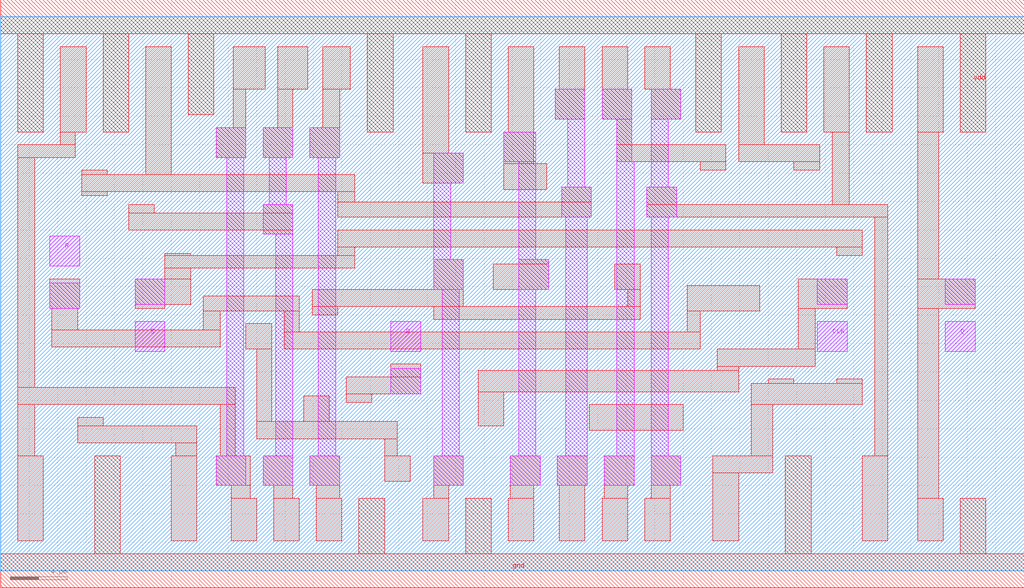
<source format=lef>
#--------------------------------------------------
# LEF file for Route & Via Rile
#  Ported from osu050 by GoodKook@gmail.com
#

VERSION 5.7 ;
  NOWIREEXTENSIONATPIN ON ;
  DIVIDERCHAR "/" ;
  BUSBITCHARS "[]" ;

UNITS
  DATABASE MICRONS 1000 ;
END UNITS

USEMINSPACING OBS ON ;
USEMINSPACING PIN OFF ;
CLEARANCEMEASURE EUCLIDEAN ;

MANUFACTURINGGRID 0.15 ;

LAYER nwell
  TYPE	MASTERSLICE ;
END nwell

LAYER nactive
  TYPE	MASTERSLICE ;
END nactive

LAYER pactive
  TYPE	MASTERSLICE ;
END pactive

LAYER poly
  TYPE	MASTERSLICE ;
END poly

LAYER cc
  TYPE	CUT ;
  SPACING	0.6 ;
END cc

LAYER metal1
  TYPE		ROUTING ;
  DIRECTION	VERTICAL ;
  PITCH		3.0 ;
  OFFSET	1.5 ;
  WIDTH	    0.9 ;   # ETRI050 Rule: WIDTH=0.8
  SPACING	1.05 ;  # ETRI050 Rule: SPACING=0.8(1.0)
  RESISTANCE	RPERSQ 0.09 ;
  CAPACITANCE	CPERSQDIST 3.2e-05 ;
END metal1

LAYER via1
  TYPE	CUT ;
  SPACING	0.9 ;
END via1

LAYER metal2
  TYPE		ROUTING ;
  DIRECTION	HORIZONTAL ;
  PITCH		3.0 ;
  OFFSET	1.5 ;
  WIDTH		1.05 ;  # ETRI050 Rule: WIDTH=1.0
  SPACING	1.2 ;   # ETRI050 Rule: SPACING=1.0(1.2)
  RESISTANCE	RPERSQ 0.09 ;
  CAPACITANCE	CPERSQDIST 1.6e-05 ;
END metal2

LAYER via2
  TYPE	CUT ;
  SPACING	0.9 ;
END via2

LAYER metal3
  TYPE		ROUTING ;
  DIRECTION	VERTICAL ;
  PITCH		3.0 ;
  OFFSET	1.5 ;
  WIDTH		1.2 ;   # ETRI050 Rule: WIDTH=1.2
  SPACING	1.2 ;   # ETRI050 Rule: SPACING=1.0(1.2)
  RESISTANCE	RPERSQ 0.05 ;
  CAPACITANCE	CPERSQDIST 1e-05 ;
END metal3

SPACING
  SAMENET cc   via1	0.900 ;
  SAMENET via1 via2	0.900 ;
END SPACING

VIA M2_M1 DEFAULT
  LAYER metal1 ;
    RECT -1.050 -1.050 1.050 1.050 ;
  LAYER via1 ;
    RECT -0.450 -0.450 0.450 0.450 ;
  LAYER metal2 ;
    RECT -1.050 -1.050 1.050 1.050 ;
END M2_M1

VIA M3_M2 DEFAULT
  LAYER metal2 ;
    RECT -1.050 -1.050 1.050 1.050 ;
  LAYER via2 ;
    RECT -0.450 -0.450 0.450 0.450 ;
  LAYER metal3 ;
    RECT -1.050 -1.050 1.050 1.050 ;
END M3_M2


VIARULE viagen21 GENERATE
  LAYER metal1 ;
    DIRECTION HORIZONTAL ;
    WIDTH 2.1 TO 210 ;
    OVERHANG 0.0 ;
    METALOVERHANG 0 ;
  LAYER metal2 ;
    DIRECTION VERTICAL ;
    WIDTH 2.1 TO 210 ;
    OVERHANG 0.0 ;
    METALOVERHANG 0 ;
  LAYER via1 ;
#    RECT -1.05 -1.05 1.05 1.05 ;
    RECT -0.450 -0.450 0.450 0.450 ;
    SPACING 0.9 BY 0.9 ;
END viagen21

VIARULE viagen32 GENERATE
  LAYER metal3 ;
    DIRECTION HORIZONTAL ;
    WIDTH 2.1 TO 210 ;
    OVERHANG 0.0 ;
    METALOVERHANG 0 ;
  LAYER metal2 ;
    DIRECTION VERTICAL ;
    WIDTH 2.1 TO 210 ;
    OVERHANG 0.0 ;
    METALOVERHANG 0 ;
  LAYER via2 ;
#    RECT -1.05 -1.05 1.05 1.05 ;
    RECT -0.450 -0.450 0.450 0.450 ;
    SPACING 0.9 BY 0.9 ;
END viagen32

VIARULE TURN1 GENERATE
  LAYER metal1 ;
    DIRECTION HORIZONTAL ;
  LAYER metal1 ;
    DIRECTION VERTICAL ;
END TURN1

VIARULE TURN2 GENERATE
  LAYER metal2 ;
    DIRECTION HORIZONTAL ;
  LAYER metal2 ;
    DIRECTION VERTICAL ;
END TURN2

VIARULE TURN3 GENERATE
  LAYER metal3 ;
    DIRECTION HORIZONTAL ;
  LAYER metal3 ;
    DIRECTION VERTICAL ;
END TURN3

SITE  corner
    CLASS	PAD ;
    SYMMETRY	R90 Y ;
    SIZE	300.000 BY 300.000 ;
END  corner

SITE  IO
    CLASS	PAD ;
    SYMMETRY	Y ;
    SIZE	90.000 BY 300.000 ;
END  IO

SITE  core
    CLASS	CORE ;
    SYMMETRY	Y ;
    SIZE	3.000 BY 30.000 ;
END  core

# =====================================================================
#  Core MACROS
# =====================================================================
MACRO AND2X1
  CLASS CORE ;
  FOREIGN AND2X1 ;
  ORIGIN 0.000 0.000 ;
  SIZE 15.000 BY 39.000 ;
  SYMMETRY X Y ;
  SITE core ;
  PIN A
    DIRECTION INPUT ;
    USE SIGNAL ;
    PORT
      LAYER metal2 ;
        RECT 0.450 18.450 2.550 20.550 ;
    END
  END A
  PIN B
    DIRECTION INPUT ;
    USE SIGNAL ;
    PORT
      LAYER metal2 ;
        RECT 6.450 12.450 8.550 14.550 ;
    END
  END B
  PIN Y
    DIRECTION OUTPUT ;
    USE SIGNAL ;
    PORT
      LAYER metal2 ;
        RECT 9.450 21.450 11.550 23.550 ;
    END
  END Y
  PIN vdd
    DIRECTION INOUT ;
    USE POWER ;
    SHAPE ABUTMENT ;
    PORT
      LAYER metal1 ;
        RECT 0.000 37.800 15.000 40.200 ;
        RECT 0.900 30.900 2.700 37.800 ;
        RECT 6.900 30.900 8.700 37.800 ;
    END
  END vdd
  PIN gnd
    DIRECTION INOUT ;
    USE GROUND ;
    SHAPE ABUTMENT ;
    PORT
      LAYER metal1 ;
        RECT 5.400 1.200 7.200 8.100 ;
        RECT 0.000 -1.200 15.000 1.200 ;
    END
  END gnd
  OBS
      LAYER metal1 ;
        RECT 3.900 30.900 5.700 36.900 ;
        RECT 9.900 30.900 11.700 36.900 ;
        RECT 0.450 15.450 2.550 17.550 ;
        RECT 0.600 13.650 2.400 15.450 ;
        RECT 4.050 10.800 5.100 30.900 ;
        RECT 9.900 20.550 11.100 30.900 ;
        RECT 6.600 17.550 8.400 19.350 ;
        RECT 9.450 18.450 11.550 20.550 ;
        RECT 6.450 15.450 8.550 17.550 ;
        RECT 0.900 9.600 8.400 10.800 ;
        RECT 0.900 2.100 2.700 9.600 ;
        RECT 6.600 9.000 8.400 9.600 ;
        RECT 9.450 5.850 10.500 18.450 ;
        RECT 8.700 2.100 10.500 5.850 ;
      LAYER metal2 ;
        RECT 9.450 18.450 11.550 20.250 ;
        RECT 0.450 15.450 2.550 17.250 ;
        RECT 6.450 15.750 8.550 17.550 ;
  END
END AND2X1
MACRO AND2X2
  CLASS CORE ;
  FOREIGN AND2X2 ;
  ORIGIN 0.000 0.000 ;
  SIZE 15.000 BY 39.000 ;
  SYMMETRY X Y ;
  SITE core ;
  PIN A
    DIRECTION INPUT ;
    USE SIGNAL ;
    PORT
      LAYER metal2 ;
        RECT 0.450 18.450 2.550 20.550 ;
    END
  END A
  PIN B
    DIRECTION INPUT ;
    USE SIGNAL ;
    PORT
      LAYER metal2 ;
        RECT 6.450 12.450 8.550 14.550 ;
    END
  END B
  PIN Y
    DIRECTION OUTPUT ;
    USE SIGNAL ;
    PORT
      LAYER metal2 ;
        RECT 9.450 18.450 11.550 20.550 ;
    END
  END Y
  PIN vdd
    DIRECTION INOUT ;
    USE POWER ;
    SHAPE ABUTMENT ;
    PORT
      LAYER metal1 ;
        RECT 0.000 37.800 15.000 40.200 ;
        RECT 0.900 30.900 2.700 37.800 ;
        RECT 7.200 24.900 9.000 37.800 ;
    END
  END vdd
  PIN gnd
    DIRECTION INOUT ;
    USE GROUND ;
    SHAPE ABUTMENT ;
    PORT
      LAYER metal1 ;
        RECT 5.400 1.200 7.200 8.100 ;
        RECT 0.000 -1.200 15.000 1.200 ;
    END
  END gnd
  OBS
      LAYER metal1 ;
        RECT 3.900 30.900 5.700 36.900 ;
        RECT 0.450 15.450 2.550 17.550 ;
        RECT 0.600 13.650 2.400 15.450 ;
        RECT 3.900 10.800 4.800 30.900 ;
        RECT 10.200 24.900 12.000 36.900 ;
        RECT 6.600 17.550 8.400 19.350 ;
        RECT 10.200 17.550 11.100 24.900 ;
        RECT 6.450 15.450 8.550 17.550 ;
        RECT 9.450 15.450 11.550 17.550 ;
        RECT 0.900 9.900 8.400 10.800 ;
        RECT 0.900 2.100 2.700 9.900 ;
        RECT 6.600 9.000 8.400 9.900 ;
        RECT 10.200 8.100 11.100 15.450 ;
        RECT 8.400 6.300 11.100 8.100 ;
        RECT 8.400 2.100 10.200 6.300 ;
      LAYER metal2 ;
        RECT 6.450 17.250 8.250 17.550 ;
        RECT 0.450 15.450 2.550 17.250 ;
        RECT 6.450 15.750 8.550 17.250 ;
        RECT 9.450 15.750 11.550 17.250 ;
        RECT 9.750 15.450 11.550 15.750 ;
  END
END AND2X2
MACRO AOI21X1
  CLASS CORE ;
  FOREIGN AOI21X1 ;
  ORIGIN 0.000 0.000 ;
  SIZE 15.000 BY 39.000 ;
  SYMMETRY X Y ;
  SITE core ;
  PIN A
    DIRECTION INPUT ;
    USE SIGNAL ;
    PORT
      LAYER metal2 ;
        RECT 0.450 21.450 2.550 23.550 ;
    END
  END A
  PIN B
    DIRECTION INPUT ;
    USE SIGNAL ;
    PORT
      LAYER metal2 ;
        RECT 3.450 12.450 5.550 14.550 ;
    END
  END B
  PIN C
    DIRECTION INPUT ;
    USE SIGNAL ;
    PORT
      LAYER metal2 ;
        RECT 6.450 21.450 8.550 23.550 ;
    END
  END C
  PIN Y
    DIRECTION OUTPUT ;
    USE SIGNAL ;
    PORT
      LAYER metal2 ;
        RECT 9.450 12.450 11.550 14.550 ;
    END
  END Y
  PIN vdd
    DIRECTION INOUT ;
    USE POWER ;
    SHAPE ABUTMENT ;
    PORT
      LAYER metal1 ;
        RECT 0.000 37.800 15.000 40.200 ;
        RECT 3.900 26.700 5.700 37.800 ;
    END
  END vdd
  PIN gnd
    DIRECTION INOUT ;
    USE GROUND ;
    SHAPE ABUTMENT ;
    PORT
      LAYER metal1 ;
        RECT 1.500 1.200 3.300 8.100 ;
        RECT 9.300 1.200 11.100 5.100 ;
        RECT 0.000 -1.200 15.000 1.200 ;
    END
  END gnd
  OBS
      LAYER metal1 ;
        RECT 0.900 25.800 2.700 36.900 ;
        RECT 6.900 25.800 8.700 36.900 ;
        RECT 0.900 24.900 8.700 25.800 ;
        RECT 9.900 24.900 11.700 36.900 ;
        RECT 0.450 18.450 2.550 20.550 ;
        RECT 0.600 16.650 2.400 18.450 ;
        RECT 3.600 17.550 5.400 19.350 ;
        RECT 6.450 18.450 8.550 20.550 ;
        RECT 3.450 15.450 5.550 17.550 ;
        RECT 6.600 16.650 8.400 18.450 ;
        RECT 9.900 17.550 11.100 24.900 ;
        RECT 9.450 15.450 11.550 17.550 ;
        RECT 9.900 8.100 11.100 15.450 ;
        RECT 6.000 6.900 11.100 8.100 ;
        RECT 6.000 2.100 7.800 6.900 ;
      LAYER metal2 ;
        RECT 0.450 18.450 2.550 20.250 ;
        RECT 6.450 18.450 8.550 20.250 ;
        RECT 3.450 15.750 5.550 17.550 ;
        RECT 9.450 15.750 11.550 17.550 ;
  END
END AOI21X1
MACRO AOI22X1
  CLASS CORE ;
  FOREIGN AOI22X1 ;
  ORIGIN 0.000 0.000 ;
  SIZE 18.000 BY 39.000 ;
  SYMMETRY X Y ;
  SITE core ;
  PIN A
    DIRECTION INPUT ;
    USE SIGNAL ;
    PORT
      LAYER metal2 ;
        RECT 0.450 18.450 2.550 20.550 ;
    END
  END A
  PIN B
    DIRECTION INPUT ;
    USE SIGNAL ;
    PORT
      LAYER metal2 ;
        RECT 3.450 9.450 5.550 11.550 ;
    END
  END B
  PIN C
    DIRECTION INPUT ;
    USE SIGNAL ;
    PORT
      LAYER metal2 ;
        RECT 12.450 18.450 14.550 20.550 ;
    END
  END C
  PIN D
    DIRECTION INPUT ;
    USE SIGNAL ;
    PORT
      LAYER metal2 ;
        RECT 9.450 9.450 11.550 11.550 ;
    END
  END D
  PIN Y
    DIRECTION OUTPUT ;
    USE SIGNAL ;
    PORT
      LAYER metal2 ;
        RECT 6.450 18.450 8.550 20.550 ;
    END
  END Y
  PIN vdd
    DIRECTION INOUT ;
    USE POWER ;
    SHAPE ABUTMENT ;
    PORT
      LAYER metal1 ;
        RECT 0.000 37.800 18.000 40.200 ;
        RECT 3.900 27.000 5.700 37.800 ;
    END
  END vdd
  PIN gnd
    DIRECTION INOUT ;
    USE GROUND ;
    SHAPE ABUTMENT ;
    PORT
      LAYER metal1 ;
        RECT 1.200 1.200 3.000 8.100 ;
        RECT 10.200 1.200 12.000 8.100 ;
        RECT 0.000 -1.200 18.000 1.200 ;
    END
  END gnd
  OBS
      LAYER metal1 ;
        RECT 0.900 26.100 2.700 36.900 ;
        RECT 6.900 36.000 14.700 36.900 ;
        RECT 6.900 26.100 8.700 36.000 ;
        RECT 0.900 25.200 8.700 26.100 ;
        RECT 9.900 24.000 11.700 35.100 ;
        RECT 12.900 24.900 14.700 36.000 ;
        RECT 6.600 23.100 11.700 24.000 ;
        RECT 6.600 17.550 7.500 23.100 ;
        RECT 0.450 15.450 2.550 17.550 ;
        RECT 0.600 13.650 2.400 15.450 ;
        RECT 3.600 14.550 5.400 16.350 ;
        RECT 6.450 15.450 8.550 17.550 ;
        RECT 3.450 12.450 5.550 14.550 ;
        RECT 6.450 8.100 7.500 15.450 ;
        RECT 9.600 14.550 11.400 16.350 ;
        RECT 12.450 15.450 14.550 17.550 ;
        RECT 9.450 12.450 11.550 14.550 ;
        RECT 12.600 13.650 14.400 15.450 ;
        RECT 5.700 2.100 7.500 8.100 ;
      LAYER metal2 ;
        RECT 0.450 15.450 2.550 17.250 ;
        RECT 6.450 15.450 8.550 17.250 ;
        RECT 12.450 15.450 14.550 17.250 ;
        RECT 3.450 12.750 5.550 14.550 ;
        RECT 9.450 12.750 11.550 14.550 ;
  END
END AOI22X1
MACRO BUFX2
  CLASS CORE ;
  FOREIGN BUFX2 ;
  ORIGIN 0.000 0.000 ;
  SIZE 12.000 BY 39.000 ;
  SYMMETRY X Y ;
  SITE core ;
  PIN A
    DIRECTION INPUT ;
    USE SIGNAL ;
    PORT
      LAYER metal2 ;
        RECT 0.450 12.450 2.550 14.550 ;
    END
  END A
  PIN Y
    DIRECTION OUTPUT ;
    USE SIGNAL ;
    PORT
      LAYER metal2 ;
        RECT 6.450 18.450 8.550 20.550 ;
    END
  END Y
  PIN vdd
    DIRECTION INOUT ;
    USE POWER ;
    SHAPE ABUTMENT ;
    PORT
      LAYER metal1 ;
        RECT 0.000 37.800 12.000 40.200 ;
        RECT 4.200 24.900 6.000 37.800 ;
    END
  END vdd
  PIN gnd
    DIRECTION INOUT ;
    USE GROUND ;
    SHAPE ABUTMENT ;
    PORT
      LAYER metal1 ;
        RECT 4.200 1.200 6.000 8.100 ;
        RECT 0.000 -1.200 12.000 1.200 ;
    END
  END gnd
  OBS
      LAYER metal1 ;
        RECT 0.900 30.900 2.700 36.900 ;
        RECT 0.900 24.000 2.100 30.900 ;
        RECT 7.200 24.900 9.000 36.900 ;
        RECT 0.900 23.100 6.900 24.000 ;
        RECT 4.650 22.200 6.900 23.100 ;
        RECT 0.600 17.550 2.400 19.350 ;
        RECT 0.450 15.450 2.550 17.550 ;
        RECT 4.650 10.800 5.550 22.200 ;
        RECT 7.800 17.550 9.000 24.900 ;
        RECT 6.450 15.450 9.000 17.550 ;
        RECT 4.650 9.900 6.900 10.800 ;
        RECT 0.900 9.000 6.900 9.900 ;
        RECT 0.900 5.100 2.100 9.000 ;
        RECT 7.800 8.100 9.000 15.450 ;
        RECT 0.900 2.100 2.700 5.100 ;
        RECT 7.200 2.100 9.000 8.100 ;
      LAYER metal2 ;
        RECT 0.450 15.750 2.550 17.550 ;
        RECT 6.450 15.450 8.550 17.250 ;
  END
END BUFX2
MACRO BUFX4
  CLASS CORE ;
  FOREIGN BUFX4 ;
  ORIGIN 0.000 0.000 ;
  SIZE 15.000 BY 39.000 ;
  SYMMETRY X Y ;
  SITE core ;
  PIN A
    DIRECTION INPUT ;
    USE SIGNAL ;
    PORT
      LAYER metal2 ;
        RECT 0.450 12.450 2.550 14.550 ;
    END
  END A
  PIN Y
    DIRECTION OUTPUT ;
    USE SIGNAL ;
    PORT
      LAYER metal2 ;
        RECT 9.450 18.450 11.550 20.550 ;
    END
  END Y
  PIN vdd
    DIRECTION INOUT ;
    USE POWER ;
    SHAPE ABUTMENT ;
    PORT
      LAYER metal1 ;
        RECT 0.000 37.800 15.000 40.200 ;
        RECT 4.200 25.200 6.000 37.800 ;
        RECT 10.200 24.900 12.000 37.800 ;
    END
  END vdd
  PIN gnd
    DIRECTION INOUT ;
    USE GROUND ;
    SHAPE ABUTMENT ;
    PORT
      LAYER metal1 ;
        RECT 4.200 1.200 6.000 8.100 ;
        RECT 10.200 1.200 12.000 8.100 ;
        RECT 0.000 -1.200 15.000 1.200 ;
    END
  END gnd
  OBS
      LAYER metal1 ;
        RECT 0.900 27.900 2.700 36.900 ;
        RECT 0.900 24.300 2.100 27.900 ;
        RECT 7.200 25.200 9.000 36.900 ;
        RECT 0.900 23.400 7.050 24.300 ;
        RECT 5.250 22.500 7.050 23.400 ;
        RECT 0.600 17.550 2.400 19.350 ;
        RECT 0.450 15.450 2.550 17.550 ;
        RECT 5.250 10.800 6.450 22.500 ;
        RECT 7.950 17.550 9.000 25.200 ;
        RECT 7.950 15.450 11.550 17.550 ;
        RECT 5.250 9.900 7.050 10.800 ;
        RECT 0.900 9.000 7.050 9.900 ;
        RECT 0.900 6.600 2.100 9.000 ;
        RECT 7.950 8.100 9.000 15.450 ;
        RECT 0.900 2.100 2.700 6.600 ;
        RECT 7.200 2.100 9.000 8.100 ;
      LAYER metal2 ;
        RECT 0.450 15.750 2.550 17.550 ;
        RECT 9.450 15.450 11.550 17.250 ;
  END
END BUFX4
MACRO CLKBUF1
  CLASS CORE ;
  FOREIGN CLKBUF1 ;
  ORIGIN 0.000 0.000 ;
  SIZE 30.000 BY 39.000 ;
  SYMMETRY X Y ;
  SITE core ;
  PIN A
    DIRECTION INPUT ;
    USE SIGNAL ;
    PORT
      LAYER metal2 ;
        RECT 3.450 18.450 5.550 20.550 ;
    END
  END A
  PIN Y
    DIRECTION OUTPUT ;
    USE SIGNAL ;
    PORT
      LAYER metal2 ;
        RECT 24.450 18.450 26.550 20.550 ;
    END
  END Y
  PIN vdd
    DIRECTION INOUT ;
    USE POWER ;
    SHAPE ABUTMENT ;
    PORT
      LAYER metal1 ;
        RECT 0.000 37.800 30.000 40.200 ;
        RECT 0.900 24.900 2.700 37.800 ;
        RECT 6.900 24.900 8.700 37.800 ;
        RECT 12.900 24.900 14.700 37.800 ;
        RECT 18.900 24.900 20.700 37.800 ;
        RECT 24.900 24.900 26.700 37.800 ;
    END
  END vdd
  PIN gnd
    DIRECTION INOUT ;
    USE GROUND ;
    SHAPE ABUTMENT ;
    PORT
      LAYER metal1 ;
        RECT 0.900 1.200 2.700 8.100 ;
        RECT 6.900 1.200 8.700 8.100 ;
        RECT 12.900 1.200 14.700 8.100 ;
        RECT 18.900 1.200 20.700 8.100 ;
        RECT 24.900 1.200 26.700 8.100 ;
        RECT 0.000 -1.200 30.000 1.200 ;
    END
  END gnd
  OBS
      LAYER metal1 ;
        RECT 3.900 24.000 5.700 36.900 ;
        RECT 9.900 24.000 11.700 36.900 ;
        RECT 15.900 24.000 17.700 36.900 ;
        RECT 21.900 24.000 23.700 36.900 ;
        RECT 3.900 22.800 7.800 24.000 ;
        RECT 9.900 22.800 13.800 24.000 ;
        RECT 15.900 22.800 19.800 24.000 ;
        RECT 21.900 22.800 24.600 24.000 ;
        RECT 3.450 15.450 5.550 17.550 ;
        RECT 3.600 13.650 5.400 15.450 ;
        RECT 6.600 12.300 7.800 22.800 ;
        RECT 9.000 12.300 10.800 12.900 ;
        RECT 6.600 11.100 10.800 12.300 ;
        RECT 12.600 12.300 13.800 22.800 ;
        RECT 15.000 12.300 16.800 12.900 ;
        RECT 12.600 11.100 16.800 12.300 ;
        RECT 18.600 12.300 19.800 22.800 ;
        RECT 23.700 17.550 24.600 22.800 ;
        RECT 23.700 15.450 26.550 17.550 ;
        RECT 21.000 12.300 22.800 12.900 ;
        RECT 18.600 11.100 22.800 12.300 ;
        RECT 6.600 10.200 7.800 11.100 ;
        RECT 12.600 10.200 13.800 11.100 ;
        RECT 18.600 10.200 19.800 11.100 ;
        RECT 23.700 10.200 24.600 15.450 ;
        RECT 3.900 9.000 7.800 10.200 ;
        RECT 9.900 9.000 13.800 10.200 ;
        RECT 15.900 9.000 19.800 10.200 ;
        RECT 21.900 9.000 24.600 10.200 ;
        RECT 3.900 2.100 5.700 9.000 ;
        RECT 9.900 2.100 11.700 9.000 ;
        RECT 15.900 2.100 17.700 9.000 ;
        RECT 21.900 2.100 23.700 9.000 ;
      LAYER metal2 ;
        RECT 3.450 15.450 5.550 17.250 ;
        RECT 24.450 15.450 26.550 17.250 ;
  END
END CLKBUF1
MACRO CLKBUF2
  CLASS CORE ;
  FOREIGN CLKBUF2 ;
  ORIGIN 0.000 0.000 ;
  SIZE 42.000 BY 39.000 ;
  SYMMETRY X Y ;
  SITE core ;
  PIN A
    DIRECTION INPUT ;
    USE SIGNAL ;
    PORT
      LAYER metal2 ;
        RECT 3.450 18.450 5.550 20.550 ;
    END
  END A
  PIN Y
    DIRECTION OUTPUT ;
    USE SIGNAL ;
    PORT
      LAYER metal2 ;
        RECT 36.450 18.450 38.550 20.550 ;
    END
  END Y
  PIN vdd
    DIRECTION INOUT ;
    USE POWER ;
    SHAPE ABUTMENT ;
    PORT
      LAYER metal1 ;
        RECT 0.000 37.800 42.000 40.200 ;
        RECT 0.900 24.900 2.700 37.800 ;
        RECT 6.900 24.900 8.700 37.800 ;
        RECT 12.900 24.900 14.700 37.800 ;
        RECT 18.900 24.900 20.700 37.800 ;
        RECT 24.900 24.900 26.700 37.800 ;
        RECT 30.900 24.900 32.700 37.800 ;
        RECT 36.900 24.900 38.700 37.800 ;
    END
  END vdd
  PIN gnd
    DIRECTION INOUT ;
    USE GROUND ;
    SHAPE ABUTMENT ;
    PORT
      LAYER metal1 ;
        RECT 0.900 1.200 2.700 8.100 ;
        RECT 6.900 1.200 8.700 8.100 ;
        RECT 12.900 1.200 14.700 8.100 ;
        RECT 18.900 1.200 20.700 8.100 ;
        RECT 24.900 1.200 26.700 8.100 ;
        RECT 30.900 1.200 32.700 8.100 ;
        RECT 36.900 1.200 38.700 8.100 ;
        RECT 0.000 -1.200 42.000 1.200 ;
    END
  END gnd
  OBS
      LAYER metal1 ;
        RECT 3.900 24.000 5.700 36.900 ;
        RECT 9.900 24.000 11.700 36.900 ;
        RECT 15.900 24.000 17.700 36.900 ;
        RECT 21.900 24.000 23.700 36.900 ;
        RECT 27.900 24.000 29.700 36.900 ;
        RECT 33.900 24.000 35.700 36.900 ;
        RECT 3.900 22.800 7.950 24.000 ;
        RECT 9.900 22.800 13.800 24.000 ;
        RECT 15.900 22.800 19.800 24.000 ;
        RECT 21.900 22.800 26.100 24.000 ;
        RECT 27.900 22.800 31.200 24.000 ;
        RECT 33.900 22.800 37.200 24.000 ;
        RECT 3.450 15.450 5.550 17.550 ;
        RECT 3.600 13.650 5.400 15.450 ;
        RECT 6.750 12.300 7.950 22.800 ;
        RECT 9.000 12.300 10.800 12.900 ;
        RECT 6.750 11.100 10.800 12.300 ;
        RECT 12.600 12.300 13.800 22.800 ;
        RECT 15.000 12.300 16.800 12.900 ;
        RECT 12.600 11.100 16.800 12.300 ;
        RECT 18.600 12.300 19.800 22.800 ;
        RECT 21.000 12.300 22.800 12.900 ;
        RECT 18.600 11.100 22.800 12.300 ;
        RECT 24.900 12.300 26.100 22.800 ;
        RECT 27.000 12.300 28.800 12.900 ;
        RECT 24.900 11.100 28.800 12.300 ;
        RECT 30.000 12.300 31.200 22.800 ;
        RECT 36.000 17.550 37.200 22.800 ;
        RECT 36.000 15.450 38.550 17.550 ;
        RECT 33.000 12.300 34.800 12.900 ;
        RECT 30.000 11.100 34.800 12.300 ;
        RECT 6.750 10.200 7.950 11.100 ;
        RECT 12.600 10.200 13.800 11.100 ;
        RECT 18.600 10.200 19.800 11.100 ;
        RECT 24.900 10.200 26.100 11.100 ;
        RECT 30.000 10.200 31.200 11.100 ;
        RECT 36.000 10.200 37.200 15.450 ;
        RECT 3.900 9.000 7.950 10.200 ;
        RECT 9.900 9.000 13.800 10.200 ;
        RECT 15.900 9.000 19.800 10.200 ;
        RECT 21.900 9.000 26.100 10.200 ;
        RECT 27.900 9.000 31.200 10.200 ;
        RECT 33.900 9.000 37.200 10.200 ;
        RECT 3.900 2.100 5.700 9.000 ;
        RECT 9.900 2.100 11.700 9.000 ;
        RECT 15.900 2.100 17.700 9.000 ;
        RECT 21.900 2.100 23.700 9.000 ;
        RECT 27.900 2.100 29.700 9.000 ;
        RECT 33.900 2.100 35.700 9.000 ;
      LAYER metal2 ;
        RECT 3.450 15.450 5.550 17.250 ;
        RECT 36.450 15.450 38.550 17.250 ;
  END
END CLKBUF2
MACRO CLKBUF3
  CLASS CORE ;
  FOREIGN CLKBUF3 ;
  ORIGIN 0.000 0.000 ;
  SIZE 54.000 BY 39.000 ;
  SYMMETRY X Y ;
  SITE core ;
  PIN A
    DIRECTION INPUT ;
    USE SIGNAL ;
    PORT
      LAYER metal2 ;
        RECT 3.450 18.450 5.550 20.550 ;
    END
  END A
  PIN Y
    DIRECTION OUTPUT ;
    USE SIGNAL ;
    PORT
      LAYER metal2 ;
        RECT 48.450 18.450 50.550 20.550 ;
    END
  END Y
  PIN vdd
    DIRECTION INOUT ;
    USE POWER ;
    SHAPE ABUTMENT ;
    PORT
      LAYER metal1 ;
        RECT 0.000 37.800 54.000 40.200 ;
        RECT 0.900 24.900 2.700 37.800 ;
        RECT 6.900 24.900 8.700 37.800 ;
        RECT 12.900 24.900 14.700 37.800 ;
        RECT 18.900 24.900 20.700 37.800 ;
        RECT 24.900 24.900 26.700 37.800 ;
        RECT 30.900 24.900 32.700 37.800 ;
        RECT 36.900 24.900 38.700 37.800 ;
        RECT 42.900 24.900 44.700 37.800 ;
        RECT 48.900 24.900 50.700 37.800 ;
    END
  END vdd
  PIN gnd
    DIRECTION INOUT ;
    USE GROUND ;
    SHAPE ABUTMENT ;
    PORT
      LAYER metal1 ;
        RECT 0.900 1.200 2.700 8.100 ;
        RECT 6.900 1.200 8.700 8.100 ;
        RECT 12.900 1.200 14.700 8.100 ;
        RECT 18.900 1.200 20.700 8.100 ;
        RECT 24.900 1.200 26.700 8.100 ;
        RECT 30.900 1.200 32.700 8.100 ;
        RECT 36.900 1.200 38.700 8.100 ;
        RECT 42.900 1.200 44.700 8.100 ;
        RECT 48.900 1.200 50.700 8.100 ;
        RECT 0.000 -1.200 54.000 1.200 ;
    END
  END gnd
  OBS
      LAYER metal1 ;
        RECT 3.900 24.000 5.700 36.900 ;
        RECT 9.900 24.000 11.700 36.900 ;
        RECT 15.900 24.000 17.700 36.900 ;
        RECT 21.900 24.000 23.700 36.900 ;
        RECT 27.900 24.000 29.700 36.900 ;
        RECT 33.900 24.000 35.700 36.900 ;
        RECT 39.900 24.000 41.700 36.900 ;
        RECT 45.900 24.000 47.700 36.900 ;
        RECT 3.900 22.800 7.800 24.000 ;
        RECT 9.900 22.800 13.800 24.000 ;
        RECT 15.900 22.800 19.800 24.000 ;
        RECT 21.900 22.800 26.100 24.000 ;
        RECT 27.900 22.800 31.200 24.000 ;
        RECT 33.900 22.800 37.800 24.000 ;
        RECT 39.900 22.800 42.900 24.000 ;
        RECT 45.900 22.800 49.050 24.000 ;
        RECT 3.450 15.450 5.550 17.550 ;
        RECT 3.600 13.650 5.400 15.450 ;
        RECT 6.750 12.300 7.800 22.800 ;
        RECT 9.000 12.300 10.800 12.900 ;
        RECT 6.750 11.100 10.800 12.300 ;
        RECT 12.600 12.300 13.800 22.800 ;
        RECT 15.000 12.300 16.800 12.900 ;
        RECT 12.600 11.100 16.800 12.300 ;
        RECT 18.600 12.300 19.800 22.800 ;
        RECT 21.000 12.300 22.800 12.900 ;
        RECT 18.600 11.100 22.800 12.300 ;
        RECT 24.900 12.300 26.100 22.800 ;
        RECT 27.000 12.300 28.800 12.900 ;
        RECT 24.900 11.100 28.800 12.300 ;
        RECT 30.000 12.300 31.200 22.800 ;
        RECT 33.000 12.300 34.800 12.900 ;
        RECT 30.000 11.100 34.800 12.300 ;
        RECT 36.600 12.300 37.800 22.800 ;
        RECT 39.000 12.300 40.800 12.900 ;
        RECT 36.600 11.100 40.800 12.300 ;
        RECT 41.700 12.300 42.900 22.800 ;
        RECT 47.850 17.550 49.050 22.800 ;
        RECT 47.850 15.450 50.550 17.550 ;
        RECT 45.000 12.300 46.800 12.900 ;
        RECT 41.700 11.100 46.800 12.300 ;
        RECT 6.750 10.200 7.800 11.100 ;
        RECT 12.600 10.200 13.800 11.100 ;
        RECT 18.600 10.200 19.800 11.100 ;
        RECT 24.900 10.200 26.100 11.100 ;
        RECT 30.000 10.200 31.200 11.100 ;
        RECT 36.600 10.200 37.800 11.100 ;
        RECT 41.700 10.200 42.900 11.100 ;
        RECT 47.850 10.200 49.050 15.450 ;
        RECT 3.900 9.000 7.800 10.200 ;
        RECT 9.900 9.000 13.800 10.200 ;
        RECT 15.900 9.000 19.800 10.200 ;
        RECT 21.900 9.000 26.100 10.200 ;
        RECT 27.900 9.000 31.200 10.200 ;
        RECT 33.900 9.000 37.800 10.200 ;
        RECT 39.900 9.000 42.900 10.200 ;
        RECT 45.900 9.000 49.050 10.200 ;
        RECT 3.900 2.100 5.700 9.000 ;
        RECT 9.900 2.100 11.700 9.000 ;
        RECT 15.900 2.100 17.700 9.000 ;
        RECT 21.900 2.100 23.700 9.000 ;
        RECT 27.900 2.100 29.700 9.000 ;
        RECT 33.900 2.100 35.700 9.000 ;
        RECT 39.900 2.100 41.700 9.000 ;
        RECT 45.900 2.100 47.700 9.000 ;
      LAYER metal2 ;
        RECT 3.450 15.450 5.550 17.250 ;
        RECT 48.450 15.450 50.550 17.250 ;
  END
END CLKBUF3
MACRO DFFNEGX1
  CLASS CORE ;
  FOREIGN DFFNEGX1 ;
  ORIGIN 0.000 0.000 ;
  SIZE 36.000 BY 39.000 ;
  SYMMETRY X Y ;
  SITE core ;
  PIN D
    DIRECTION INPUT ;
    USE SIGNAL ;
    PORT
      LAYER metal2 ;
        RECT 3.450 12.450 5.550 14.550 ;
    END
  END D
  PIN CLK
    DIRECTION INPUT ;
    USE CLOCK ;
    PORT
      LAYER metal2 ;
        RECT 15.450 15.450 17.550 17.550 ;
    END
  END CLK
  PIN Q
    DIRECTION OUTPUT ;
    USE SIGNAL ;
    PORT
      LAYER metal2 ;
        RECT 30.450 12.450 32.550 14.550 ;
    END
  END Q
  PIN vdd
    DIRECTION INOUT ;
    USE POWER ;
    SHAPE ABUTMENT ;
    PORT
      LAYER metal1 ;
        RECT 0.000 37.800 36.000 40.200 ;
        RECT 3.900 30.900 5.700 37.800 ;
        RECT 13.500 30.900 15.300 37.800 ;
        RECT 20.100 30.900 21.900 37.800 ;
        RECT 29.100 33.900 30.900 37.800 ;
    END
  END vdd
  PIN gnd
    DIRECTION INOUT ;
    USE GROUND ;
    SHAPE ABUTMENT ;
    PORT
      LAYER metal1 ;
        RECT 3.900 1.200 5.700 5.100 ;
        RECT 13.200 1.200 15.000 5.100 ;
        RECT 20.100 1.200 21.900 5.100 ;
        RECT 29.100 1.200 30.900 5.100 ;
        RECT 0.000 -1.200 36.000 1.200 ;
    END
  END gnd
  OBS
      LAYER metal1 ;
        RECT 0.900 24.300 2.700 36.900 ;
        RECT 8.700 32.100 10.500 36.900 ;
        RECT 6.900 30.900 10.500 32.100 ;
        RECT 6.900 30.300 8.550 30.900 ;
        RECT 6.450 28.200 8.550 30.300 ;
        RECT 16.500 30.000 18.300 36.900 ;
        RECT 24.600 30.900 26.400 36.900 ;
        RECT 9.600 27.300 11.400 30.000 ;
        RECT 12.600 28.800 19.200 30.000 ;
        RECT 24.300 28.800 26.400 30.900 ;
        RECT 12.600 28.200 14.400 28.800 ;
        RECT 17.400 28.200 19.200 28.800 ;
        RECT 9.450 25.200 11.550 27.300 ;
        RECT 25.200 27.000 27.000 27.600 ;
        RECT 20.100 25.800 27.000 27.000 ;
        RECT 20.100 25.200 21.900 25.800 ;
        RECT 20.100 24.300 21.000 25.200 ;
        RECT 0.900 23.100 21.000 24.300 ;
        RECT 32.100 24.900 33.900 36.900 ;
        RECT 0.900 8.100 1.800 23.100 ;
        RECT 7.800 22.500 9.600 23.100 ;
        RECT 14.400 21.600 16.200 22.200 ;
        RECT 6.450 20.400 16.200 21.600 ;
        RECT 24.300 21.000 26.400 21.600 ;
        RECT 29.400 21.000 31.200 21.600 ;
        RECT 6.450 19.500 8.550 20.400 ;
        RECT 24.300 19.800 31.200 21.000 ;
        RECT 24.300 19.500 26.400 19.800 ;
        RECT 3.600 17.550 5.400 19.350 ;
        RECT 32.100 17.550 33.300 24.900 ;
        RECT 3.450 15.450 5.550 17.550 ;
        RECT 30.450 17.250 33.300 17.550 ;
        RECT 27.000 15.450 33.300 17.250 ;
        RECT 9.450 11.400 11.550 13.200 ;
        RECT 15.450 11.400 17.550 14.550 ;
        RECT 2.850 10.200 23.700 11.400 ;
        RECT 2.850 9.600 4.650 10.200 ;
        RECT 7.800 9.000 9.600 10.200 ;
        RECT 21.900 9.600 23.700 10.200 ;
        RECT 32.100 8.100 33.300 15.450 ;
        RECT 0.900 2.100 2.700 8.100 ;
        RECT 6.450 6.000 8.550 8.100 ;
        RECT 12.600 7.200 14.400 7.800 ;
        RECT 12.600 6.000 17.700 7.200 ;
        RECT 6.900 5.100 8.550 6.000 ;
        RECT 16.500 5.100 17.700 6.000 ;
        RECT 6.900 4.050 10.500 5.100 ;
        RECT 8.700 2.100 10.500 4.050 ;
        RECT 16.500 2.100 18.300 5.100 ;
        RECT 24.300 4.200 26.400 7.200 ;
        RECT 24.600 2.100 26.400 4.200 ;
        RECT 32.100 2.100 33.900 8.100 ;
      LAYER metal2 ;
        RECT 6.450 28.200 8.550 30.300 ;
        RECT 24.300 28.800 26.400 30.900 ;
        RECT 7.050 21.600 8.100 28.200 ;
        RECT 9.450 25.200 11.550 27.300 ;
        RECT 6.450 19.500 8.550 21.600 ;
        RECT 3.450 15.750 5.550 17.550 ;
        RECT 7.050 8.100 8.100 19.500 ;
        RECT 10.050 13.200 11.400 25.200 ;
        RECT 24.300 21.600 25.500 28.800 ;
        RECT 24.300 19.500 26.400 21.600 ;
        RECT 9.450 11.100 11.550 13.200 ;
        RECT 15.450 12.450 17.550 14.250 ;
        RECT 6.450 6.000 8.550 8.100 ;
        RECT 24.300 7.200 25.500 19.500 ;
        RECT 30.450 15.750 32.550 17.550 ;
        RECT 24.300 5.100 26.400 7.200 ;
  END
END DFFNEGX1
MACRO DFFPOSX1
  CLASS CORE ;
  FOREIGN DFFPOSX1 ;
  ORIGIN 0.000 0.000 ;
  SIZE 36.000 BY 39.000 ;
  SYMMETRY X Y ;
  SITE core ;
  PIN D
    DIRECTION INPUT ;
    USE SIGNAL ;
    PORT
      LAYER metal2 ;
        RECT 12.450 18.450 14.550 20.550 ;
    END
  END D
  PIN CLK
    DIRECTION INPUT ;
    USE CLOCK ;
    PORT
      LAYER metal2 ;
        RECT 3.450 18.450 5.550 20.550 ;
    END
  END CLK
  PIN Q
    DIRECTION OUTPUT ;
    USE SIGNAL ;
    PORT
      LAYER metal2 ;
        RECT 30.450 12.450 32.550 14.550 ;
    END
  END Q
  PIN vdd
    DIRECTION INOUT ;
    USE POWER ;
    SHAPE ABUTMENT ;
    PORT
      LAYER metal1 ;
        RECT 0.000 37.800 36.000 40.200 ;
        RECT 4.650 30.900 6.450 37.800 ;
        RECT 14.850 30.900 16.650 37.800 ;
        RECT 21.450 30.900 23.250 37.800 ;
        RECT 30.150 33.900 31.950 37.800 ;
    END
  END vdd
  PIN gnd
    DIRECTION INOUT ;
    USE GROUND ;
    SHAPE ABUTMENT ;
    PORT
      LAYER metal1 ;
        RECT 4.650 1.200 6.450 5.100 ;
        RECT 13.950 1.200 15.750 5.100 ;
        RECT 20.850 1.200 22.650 5.100 ;
        RECT 29.850 1.200 31.650 5.100 ;
        RECT 0.000 -1.200 36.000 1.200 ;
    END
  END gnd
  OBS
      LAYER metal1 ;
        RECT 1.650 24.900 3.450 36.900 ;
        RECT 10.050 30.900 11.850 36.900 ;
        RECT 10.050 30.000 11.250 30.900 ;
        RECT 17.850 30.000 19.650 36.900 ;
        RECT 25.650 30.900 27.450 36.900 ;
        RECT 6.450 27.900 11.250 30.000 ;
        RECT 13.950 28.950 20.550 30.000 ;
        RECT 13.950 28.200 15.750 28.950 ;
        RECT 18.750 28.200 20.550 28.950 ;
        RECT 25.650 28.800 29.550 30.900 ;
        RECT 10.050 27.000 11.250 27.900 ;
        RECT 22.950 27.300 24.750 27.900 ;
        RECT 10.050 25.800 17.550 27.000 ;
        RECT 15.750 25.200 17.550 25.800 ;
        RECT 18.450 26.400 24.750 27.300 ;
        RECT 1.650 24.000 2.550 24.900 ;
        RECT 18.450 24.300 19.350 26.400 ;
        RECT 22.950 26.100 24.750 26.400 ;
        RECT 25.650 26.100 28.350 27.900 ;
        RECT 25.650 25.200 26.550 26.100 ;
        RECT 10.950 24.000 19.350 24.300 ;
        RECT 1.650 23.400 19.350 24.000 ;
        RECT 21.450 24.300 26.550 25.200 ;
        RECT 27.450 24.300 29.550 25.200 ;
        RECT 33.150 24.900 34.950 36.900 ;
        RECT 1.650 22.800 12.750 23.400 ;
        RECT 1.650 8.100 2.550 22.800 ;
        RECT 10.950 22.500 12.750 22.800 ;
        RECT 3.450 15.450 5.550 17.550 ;
        RECT 12.450 15.900 14.550 17.550 ;
        RECT 3.600 13.650 5.400 15.450 ;
        RECT 6.600 14.700 14.550 15.900 ;
        RECT 6.600 14.100 8.400 14.700 ;
        RECT 4.500 12.900 5.400 13.650 ;
        RECT 9.600 12.900 11.400 13.500 ;
        RECT 4.500 11.700 11.400 12.900 ;
        RECT 21.450 11.700 22.350 24.300 ;
        RECT 27.450 23.100 31.650 24.300 ;
        RECT 30.750 21.300 32.550 23.100 ;
        RECT 33.750 17.550 34.950 24.900 ;
        RECT 30.450 17.250 34.950 17.550 ;
        RECT 28.650 15.450 34.950 17.250 ;
        RECT 10.350 10.500 22.350 11.700 ;
        RECT 10.350 8.700 11.400 10.500 ;
        RECT 20.550 9.900 22.350 10.500 ;
        RECT 1.650 2.100 3.450 8.100 ;
        RECT 6.450 6.000 8.550 8.100 ;
        RECT 10.050 6.900 11.850 8.700 ;
        RECT 33.750 8.100 34.950 15.450 ;
        RECT 13.350 7.050 15.150 7.800 ;
        RECT 27.450 7.200 29.550 8.100 ;
        RECT 13.350 6.000 18.300 7.050 ;
        RECT 7.500 5.100 8.550 6.000 ;
        RECT 17.250 5.100 18.300 6.000 ;
        RECT 25.800 6.000 29.550 7.200 ;
        RECT 25.800 5.100 26.850 6.000 ;
        RECT 7.500 4.200 11.250 5.100 ;
        RECT 9.450 2.100 11.250 4.200 ;
        RECT 17.250 2.100 19.050 5.100 ;
        RECT 25.050 2.100 26.850 5.100 ;
        RECT 33.150 2.100 34.950 8.100 ;
      LAYER metal2 ;
        RECT 6.450 27.900 8.550 30.000 ;
        RECT 27.450 28.800 29.550 30.900 ;
        RECT 3.450 15.450 5.550 17.250 ;
        RECT 7.200 8.100 8.400 27.900 ;
        RECT 27.450 25.200 28.650 28.800 ;
        RECT 27.450 23.100 29.550 25.200 ;
        RECT 12.450 15.450 14.550 17.250 ;
        RECT 27.450 8.100 28.650 23.100 ;
        RECT 30.450 15.750 32.550 17.550 ;
        RECT 6.450 6.000 8.550 8.100 ;
        RECT 27.450 6.000 29.550 8.100 ;
  END
END DFFPOSX1
MACRO DFFSR
  CLASS CORE ;
  FOREIGN DFFSR ;
  ORIGIN 0.000 0.000 ;
  SIZE 72.000 BY 39.000 ;
  SYMMETRY X Y ;
  SITE core ;
  PIN R
    DIRECTION INPUT ;
    USE SIGNAL ;
    PORT
      LAYER metal2 ;
        RECT 3.450 21.450 5.550 23.550 ;
    END
  END R
  PIN S
    DIRECTION INPUT ;
    USE SIGNAL ;
    PORT
      LAYER metal2 ;
        RECT 9.450 15.450 11.550 17.550 ;
    END
  END S
  PIN D
    DIRECTION INPUT ;
    USE SIGNAL ;
    PORT
      LAYER metal2 ;
        RECT 27.450 15.450 29.550 17.550 ;
    END
  END D
  PIN CLK
    DIRECTION INPUT ;
    USE CLOCK ;
    PORT
      LAYER metal2 ;
        RECT 57.450 15.450 59.550 17.550 ;
    END
  END CLK
  PIN Q
    DIRECTION OUTPUT ;
    USE SIGNAL ;
    PORT
      LAYER metal2 ;
        RECT 66.450 15.450 68.550 17.550 ;
    END
  END Q
  PIN vdd
    DIRECTION INOUT ;
    USE POWER ;
    SHAPE ABUTMENT ;
    PORT
      LAYER metal1 ;
        RECT 0.000 37.800 72.000 40.200 ;
        RECT 1.200 30.900 3.000 37.800 ;
        RECT 7.200 30.900 9.000 37.800 ;
        RECT 13.200 32.100 15.000 37.800 ;
        RECT 25.800 30.900 27.600 37.800 ;
        RECT 32.700 30.900 34.500 37.800 ;
        RECT 48.900 30.900 50.700 37.800 ;
        RECT 54.900 30.900 56.700 37.800 ;
        RECT 60.900 30.900 62.700 37.800 ;
        RECT 67.500 30.900 69.300 37.800 ;
    END
  END vdd
  PIN gnd
    DIRECTION INOUT ;
    USE GROUND ;
    SHAPE ABUTMENT ;
    PORT
      LAYER metal1 ;
        RECT 6.600 1.200 8.400 8.100 ;
        RECT 25.200 1.200 27.000 5.100 ;
        RECT 32.700 1.200 34.500 5.100 ;
        RECT 55.200 1.200 57.000 8.100 ;
        RECT 67.500 1.200 69.300 5.100 ;
        RECT 0.000 -1.200 72.000 1.200 ;
    END
  END gnd
  OBS
      LAYER metal1 ;
        RECT 4.200 30.900 6.000 36.900 ;
        RECT 4.200 30.000 5.250 30.900 ;
        RECT 1.200 29.100 5.250 30.000 ;
        RECT 1.200 12.900 2.400 29.100 ;
        RECT 5.700 27.900 7.500 28.200 ;
        RECT 10.200 27.900 12.000 36.900 ;
        RECT 16.350 33.900 18.600 36.900 ;
        RECT 19.500 33.900 21.600 36.900 ;
        RECT 22.650 33.900 24.600 36.900 ;
        RECT 16.350 31.200 17.250 33.900 ;
        RECT 19.500 31.200 20.550 33.900 ;
        RECT 22.650 31.200 23.850 33.900 ;
        RECT 15.150 29.100 17.250 31.200 ;
        RECT 18.450 29.100 20.550 31.200 ;
        RECT 21.750 29.100 23.850 31.200 ;
        RECT 29.700 29.400 31.500 36.900 ;
        RECT 35.700 30.900 37.500 36.900 ;
        RECT 39.300 33.900 41.100 36.900 ;
        RECT 39.000 31.800 41.100 33.900 ;
        RECT 42.300 33.900 44.100 36.900 ;
        RECT 45.300 33.900 47.100 36.900 ;
        RECT 42.300 31.800 44.400 33.900 ;
        RECT 45.750 31.800 47.850 33.900 ;
        RECT 5.700 26.700 24.900 27.900 ;
        RECT 29.700 27.300 32.550 29.400 ;
        RECT 35.400 28.650 37.500 30.900 ;
        RECT 43.350 30.000 44.400 31.800 ;
        RECT 51.900 30.000 53.700 36.900 ;
        RECT 57.900 30.900 59.700 36.900 ;
        RECT 43.350 28.800 51.000 30.000 ;
        RECT 51.900 28.800 57.600 30.000 ;
        RECT 35.400 26.850 38.400 28.650 ;
        RECT 49.200 28.200 51.000 28.800 ;
        RECT 55.800 28.200 57.600 28.800 ;
        RECT 5.700 26.400 7.500 26.700 ;
        RECT 23.700 25.950 24.900 26.700 ;
        RECT 39.450 25.950 41.550 27.000 ;
        RECT 9.000 25.200 10.800 25.800 ;
        RECT 18.450 25.200 20.550 25.800 ;
        RECT 9.000 24.000 20.550 25.200 ;
        RECT 23.700 24.900 41.550 25.950 ;
        RECT 45.450 25.800 47.550 27.000 ;
        RECT 58.500 25.800 59.700 30.900 ;
        RECT 64.500 30.900 66.300 36.900 ;
        RECT 45.450 24.900 62.400 25.800 ;
        RECT 18.450 23.700 20.550 24.000 ;
        RECT 23.700 22.800 60.600 24.000 ;
        RECT 11.550 22.200 13.350 22.350 ;
        RECT 23.700 22.200 24.900 22.800 ;
        RECT 58.800 22.200 60.600 22.800 ;
        RECT 11.550 21.300 24.900 22.200 ;
        RECT 11.550 20.550 13.350 21.300 ;
        RECT 3.450 18.450 5.550 20.550 ;
        RECT 9.450 18.750 13.350 20.550 ;
        RECT 30.450 19.800 32.550 21.900 ;
        RECT 36.450 21.600 38.550 21.900 ;
        RECT 34.650 19.800 38.550 21.600 ;
        RECT 43.200 19.800 45.000 21.600 ;
        RECT 9.450 18.450 11.550 18.750 ;
        RECT 3.600 16.950 5.400 18.450 ;
        RECT 14.250 18.300 21.000 19.350 ;
        RECT 14.250 16.950 15.450 18.300 ;
        RECT 3.600 15.750 15.450 16.950 ;
        RECT 17.250 15.600 19.050 17.400 ;
        RECT 19.950 16.800 21.000 18.300 ;
        RECT 21.900 18.600 32.550 19.800 ;
        RECT 44.100 18.600 45.000 19.800 ;
        RECT 21.900 18.000 23.700 18.600 ;
        RECT 30.450 17.700 45.000 18.600 ;
        RECT 48.300 18.300 53.400 20.100 ;
        RECT 56.100 18.450 59.550 20.550 ;
        RECT 48.300 16.800 49.200 18.300 ;
        RECT 19.950 15.600 49.200 16.800 ;
        RECT 56.100 15.600 57.300 18.450 ;
        RECT 1.200 11.700 16.500 12.900 ;
        RECT 1.200 8.100 2.400 11.700 ;
        RECT 5.400 10.200 7.200 10.800 ;
        RECT 5.400 9.000 13.800 10.200 ;
        RECT 12.300 8.100 13.800 9.000 ;
        RECT 15.450 8.100 16.500 11.700 ;
        RECT 18.000 10.500 19.050 15.600 ;
        RECT 27.450 13.650 29.550 14.550 ;
        RECT 50.400 14.400 57.300 15.600 ;
        RECT 50.400 14.100 51.900 14.400 ;
        RECT 24.300 12.450 29.550 13.650 ;
        RECT 33.600 12.600 51.900 14.100 ;
        RECT 54.000 13.200 55.800 13.500 ;
        RECT 58.800 13.200 60.600 13.500 ;
        RECT 21.300 10.500 23.100 12.300 ;
        RECT 24.300 11.850 26.100 12.450 ;
        RECT 18.000 9.300 27.900 10.500 ;
        RECT 33.600 10.200 35.400 12.600 ;
        RECT 52.800 11.700 60.600 13.200 ;
        RECT 41.400 9.900 48.000 11.700 ;
        RECT 27.000 8.100 27.900 9.300 ;
        RECT 52.800 8.100 54.300 11.700 ;
        RECT 61.500 8.100 62.400 24.900 ;
        RECT 1.200 2.100 3.000 8.100 ;
        RECT 12.000 2.100 13.800 8.100 ;
        RECT 15.150 6.000 17.550 8.100 ;
        RECT 18.450 6.000 20.550 8.100 ;
        RECT 21.750 6.000 23.850 8.100 ;
        RECT 27.000 6.300 28.800 8.100 ;
        RECT 16.200 5.100 17.550 6.000 ;
        RECT 19.200 5.100 20.550 6.000 ;
        RECT 22.200 5.100 23.850 6.000 ;
        RECT 30.450 6.000 32.550 8.100 ;
        RECT 35.850 6.000 37.950 8.100 ;
        RECT 39.150 6.000 41.250 8.100 ;
        RECT 42.450 6.000 44.550 8.100 ;
        RECT 45.750 6.000 47.850 8.100 ;
        RECT 50.100 6.900 54.300 8.100 ;
        RECT 30.450 5.100 31.500 6.000 ;
        RECT 35.850 5.100 37.500 6.000 ;
        RECT 16.200 2.100 18.000 5.100 ;
        RECT 19.200 2.100 21.000 5.100 ;
        RECT 22.200 2.100 24.000 5.100 ;
        RECT 29.700 2.100 31.500 5.100 ;
        RECT 35.700 2.100 37.500 5.100 ;
        RECT 39.300 2.100 41.100 6.000 ;
        RECT 42.450 5.100 44.100 6.000 ;
        RECT 45.750 5.100 47.100 6.000 ;
        RECT 42.300 2.100 44.100 5.100 ;
        RECT 45.300 2.100 47.100 5.100 ;
        RECT 50.100 2.100 51.900 6.900 ;
        RECT 60.600 2.100 62.400 8.100 ;
        RECT 64.500 20.550 66.000 30.900 ;
        RECT 64.500 18.450 68.550 20.550 ;
        RECT 64.500 5.100 66.000 18.450 ;
        RECT 64.500 2.100 66.300 5.100 ;
      LAYER metal2 ;
        RECT 39.000 31.800 41.100 33.900 ;
        RECT 42.300 31.800 44.400 33.900 ;
        RECT 15.150 29.100 17.250 31.200 ;
        RECT 18.450 29.100 20.550 31.200 ;
        RECT 21.750 29.100 23.850 31.200 ;
        RECT 3.450 18.450 5.550 20.250 ;
        RECT 9.450 18.750 11.550 20.550 ;
        RECT 15.900 8.100 17.100 29.100 ;
        RECT 18.900 25.800 20.100 29.100 ;
        RECT 18.450 23.700 20.550 25.800 ;
        RECT 19.350 8.100 20.550 23.700 ;
        RECT 22.350 8.100 23.550 29.100 ;
        RECT 30.450 27.300 32.550 29.400 ;
        RECT 35.400 28.800 37.650 30.900 ;
        RECT 30.450 21.900 31.650 27.300 ;
        RECT 36.450 21.900 37.650 28.800 ;
        RECT 39.900 27.000 41.100 31.800 ;
        RECT 43.350 28.800 44.400 31.800 ;
        RECT 45.750 31.800 47.850 33.900 ;
        RECT 39.450 24.900 41.550 27.000 ;
        RECT 30.450 19.800 32.550 21.900 ;
        RECT 36.450 19.800 38.550 21.900 ;
        RECT 27.450 12.450 29.550 14.250 ;
        RECT 31.050 8.100 32.250 19.800 ;
        RECT 36.450 8.100 37.650 19.800 ;
        RECT 39.750 8.100 41.250 24.900 ;
        RECT 43.350 8.100 44.550 28.800 ;
        RECT 45.750 27.000 46.950 31.800 ;
        RECT 45.450 24.900 47.550 27.000 ;
        RECT 15.150 6.000 17.250 8.100 ;
        RECT 18.450 6.000 20.550 8.100 ;
        RECT 21.750 6.000 23.850 8.100 ;
        RECT 30.450 6.000 32.550 8.100 ;
        RECT 35.850 6.000 37.950 8.100 ;
        RECT 39.150 6.000 41.250 8.100 ;
        RECT 42.450 6.000 44.550 8.100 ;
        RECT 45.750 8.100 46.950 24.900 ;
        RECT 57.450 18.750 59.550 20.550 ;
        RECT 66.450 18.750 68.550 20.550 ;
        RECT 45.750 6.000 47.850 8.100 ;
  END
END DFFSR
MACRO FAX1
  CLASS CORE ;
  FOREIGN FAX1 ;
  ORIGIN 0.000 0.000 ;
  SIZE 45.000 BY 39.000 ;
  SYMMETRY X Y ;
  SITE core ;
  PIN A
    DIRECTION INPUT ;
    USE SIGNAL ;
    PORT
      LAYER metal2 ;
        RECT 3.900 12.900 5.100 15.450 ;
    END
  END A
  PIN B
    DIRECTION INPUT ;
    USE SIGNAL ;
    PORT
      LAYER metal2 ;
        RECT 30.900 12.900 32.100 15.450 ;
    END
  END B
  PIN C
    DIRECTION INPUT ;
    USE SIGNAL ;
    PORT
      LAYER metal2 ;
        RECT 6.900 17.550 8.100 20.100 ;
    END
  END C
  PIN YS
    DIRECTION OUTPUT ;
    USE SIGNAL ;
    PORT
      LAYER metal2 ;
        RECT 36.900 12.900 38.100 15.450 ;
    END
  END YS
  PIN YC
    DIRECTION OUTPUT ;
    USE SIGNAL ;
    PORT
      LAYER metal2 ;
        RECT 39.900 17.550 41.100 20.100 ;
    END
  END YC
  PIN vdd
    DIRECTION INOUT ;
    USE POWER ;
    SHAPE ABUTMENT ;
    PORT
      LAYER metal1 ;
        RECT -0.900 37.800 45.900 40.200 ;
        RECT 3.900 27.000 5.700 37.800 ;
        RECT 14.400 24.900 16.200 37.800 ;
        RECT 20.400 27.900 22.200 37.800 ;
        RECT 32.700 30.900 34.500 37.800 ;
        RECT 39.300 30.900 41.100 37.800 ;
    END
  END vdd
  PIN gnd
    DIRECTION INOUT ;
    USE GROUND ;
    SHAPE ABUTMENT ;
    PORT
      LAYER metal1 ;
        RECT 3.900 1.200 5.700 6.300 ;
        RECT 14.400 1.200 16.200 7.500 ;
        RECT 20.400 1.200 22.200 6.000 ;
        RECT 32.700 2.100 34.500 5.100 ;
        RECT 32.700 1.200 33.900 2.100 ;
        RECT 42.300 1.200 44.100 5.100 ;
        RECT -0.900 -1.200 45.900 1.200 ;
    END
  END gnd
  OBS
      LAYER metal1 ;
        RECT 0.900 25.800 2.700 36.900 ;
        RECT 6.900 27.000 8.700 36.900 ;
        RECT 6.900 25.800 8.250 27.000 ;
        RECT 9.900 26.100 11.700 36.900 ;
        RECT 17.400 27.000 19.200 36.900 ;
        RECT 23.400 27.000 25.200 36.900 ;
        RECT 17.400 26.100 25.200 27.000 ;
        RECT 0.900 24.900 8.250 25.800 ;
        RECT 9.450 24.000 11.550 26.100 ;
        RECT 26.400 24.000 28.350 36.900 ;
        RECT 35.700 32.250 37.500 36.900 ;
        RECT 21.450 21.900 23.550 24.000 ;
        RECT 24.450 21.900 28.350 24.000 ;
        RECT 35.400 30.900 37.500 32.250 ;
        RECT 42.300 30.900 44.100 36.900 ;
        RECT 35.400 23.400 36.300 30.900 ;
        RECT 37.500 26.400 39.600 26.550 ;
        RECT 37.500 24.600 41.400 26.400 ;
        RECT 37.500 24.450 39.600 24.600 ;
        RECT 42.300 23.400 43.500 30.900 ;
        RECT 35.400 22.500 38.250 23.400 ;
        RECT 21.900 21.300 23.550 21.900 ;
        RECT 21.900 19.500 23.700 21.300 ;
        RECT 27.450 21.150 28.350 21.900 ;
        RECT 27.450 20.250 36.300 21.150 ;
        RECT 34.500 19.350 36.300 20.250 ;
        RECT 3.000 17.550 4.800 19.350 ;
        RECT 19.800 17.700 21.600 18.300 ;
        RECT 25.800 17.700 27.600 18.450 ;
        RECT 19.800 17.550 27.600 17.700 ;
        RECT 3.450 15.450 5.550 17.550 ;
        RECT 6.450 16.500 27.600 17.550 ;
        RECT 28.800 17.550 30.600 18.450 ;
        RECT 37.350 17.550 38.250 22.500 ;
        RECT 39.450 22.200 43.500 23.400 ;
        RECT 39.450 17.550 40.650 22.200 ;
        RECT 6.450 15.750 10.350 16.500 ;
        RECT 6.450 15.450 8.550 15.750 ;
        RECT 28.800 15.600 32.550 17.550 ;
        RECT 3.600 11.700 5.100 15.450 ;
        RECT 17.400 14.550 32.550 15.600 ;
        RECT 36.450 15.450 38.550 17.550 ;
        RECT 39.450 15.450 41.550 17.550 ;
        RECT 6.000 13.650 7.800 14.550 ;
        RECT 11.400 13.650 13.200 14.550 ;
        RECT 17.400 13.650 19.200 14.550 ;
        RECT 6.000 12.600 19.200 13.650 ;
        RECT 22.050 11.700 29.700 12.600 ;
        RECT 3.600 10.800 23.250 11.700 ;
        RECT 28.500 10.800 33.900 11.700 ;
        RECT 14.400 9.900 16.200 10.800 ;
        RECT 0.900 7.200 8.100 8.100 ;
        RECT 9.450 7.800 11.550 9.900 ;
        RECT 24.450 8.700 27.450 10.800 ;
        RECT 32.100 9.750 33.900 10.800 ;
        RECT 0.900 2.100 2.700 7.200 ;
        RECT 6.900 2.100 8.700 7.200 ;
        RECT 9.900 6.900 11.550 7.800 ;
        RECT 17.400 6.900 25.200 7.800 ;
        RECT 9.900 2.100 11.700 6.900 ;
        RECT 17.400 2.100 19.200 6.900 ;
        RECT 23.400 2.100 25.200 6.900 ;
        RECT 26.400 6.600 27.450 8.700 ;
        RECT 37.350 7.200 38.250 15.450 ;
        RECT 26.400 2.100 28.350 6.600 ;
        RECT 36.000 6.000 38.250 7.200 ;
        RECT 36.000 5.100 36.900 6.000 ;
        RECT 39.450 5.100 40.500 15.450 ;
        RECT 35.700 2.100 37.500 5.100 ;
        RECT 39.300 2.100 41.100 5.100 ;
      LAYER metal2 ;
        RECT 37.500 26.100 39.600 26.550 ;
        RECT 9.450 25.200 39.600 26.100 ;
        RECT 9.450 24.000 11.550 25.200 ;
        RECT 3.450 16.650 5.550 17.550 ;
        RECT 6.450 15.450 8.550 16.350 ;
        RECT 10.050 9.900 10.950 24.000 ;
        RECT 21.450 21.900 23.550 25.200 ;
        RECT 37.500 24.450 39.600 25.200 ;
        RECT 24.450 21.900 26.550 24.000 ;
        RECT 25.050 10.800 26.250 21.900 ;
        RECT 30.450 16.650 32.550 17.550 ;
        RECT 36.450 16.650 38.550 17.550 ;
        RECT 39.450 15.450 41.550 16.350 ;
        RECT 9.450 7.800 11.550 9.900 ;
        RECT 24.450 8.700 26.550 10.800 ;
  END
END FAX1
MACRO FILL
  CLASS CORE ;
  FOREIGN FILL ;
  ORIGIN 0.000 0.000 ;
  SIZE 3.000 BY 39.000 ;
  SYMMETRY X Y ;
  SITE core ;
  PIN vdd
    DIRECTION INOUT ;
    USE POWER ;
    SHAPE ABUTMENT ;
    PORT
      LAYER metal1 ;
        RECT 0.000 37.800 3.000 40.200 ;
    END
  END vdd
  PIN gnd
    DIRECTION INOUT ;
    USE GROUND ;
    SHAPE ABUTMENT ;
    PORT
      LAYER metal1 ;
        RECT 0.000 -1.200 3.000 1.200 ;
    END
  END gnd
END FILL
MACRO HAX1
  CLASS CORE ;
  FOREIGN HAX1 ;
  ORIGIN 0.000 0.000 ;
  SIZE 30.000 BY 39.000 ;
  SYMMETRY X Y ;
  SITE core ;
  PIN A
    DIRECTION INPUT ;
    USE SIGNAL ;
    PORT
      LAYER metal2 ;
        RECT 0.900 12.900 2.100 15.450 ;
    END
  END A
  PIN B
    DIRECTION INPUT ;
    USE SIGNAL ;
    PORT
      LAYER metal2 ;
        RECT 15.900 17.550 17.100 20.100 ;
    END
  END B
  PIN YS
    DIRECTION OUTPUT ;
    USE SIGNAL ;
    PORT
      LAYER metal2 ;
        RECT 21.900 12.900 23.100 15.450 ;
    END
  END YS
  PIN YC
    DIRECTION OUTPUT ;
    USE SIGNAL ;
    PORT
      LAYER metal2 ;
        RECT 9.900 17.550 11.100 20.100 ;
    END
  END YC
  PIN vdd
    DIRECTION INOUT ;
    USE POWER ;
    SHAPE ABUTMENT ;
    PORT
      LAYER metal1 ;
        RECT -0.900 37.800 30.900 40.200 ;
        RECT 3.900 31.500 5.700 37.800 ;
        RECT 13.500 30.900 15.300 37.800 ;
        RECT 20.700 30.900 22.500 37.800 ;
    END
  END vdd
  PIN gnd
    DIRECTION INOUT ;
    USE GROUND ;
    SHAPE ABUTMENT ;
    PORT
      LAYER metal1 ;
        RECT 0.900 1.200 2.700 8.100 ;
        RECT 11.700 1.200 13.500 5.100 ;
        RECT 24.300 1.200 26.100 5.100 ;
        RECT -0.900 -1.200 30.900 1.200 ;
    END
  END gnd
  OBS
      LAYER metal1 ;
        RECT 0.900 30.900 2.700 36.900 ;
        RECT 1.200 30.600 2.700 30.900 ;
        RECT 6.900 30.900 8.700 36.900 ;
        RECT 10.500 30.900 12.300 36.900 ;
        RECT 6.900 30.600 8.100 30.900 ;
        RECT 1.200 29.700 8.100 30.600 ;
        RECT 7.050 17.850 8.100 29.700 ;
        RECT 0.450 17.400 2.550 17.550 ;
        RECT 0.450 15.450 4.350 17.400 ;
        RECT 6.450 15.750 8.550 17.850 ;
        RECT 10.500 17.550 11.550 30.900 ;
        RECT 16.500 24.900 18.300 36.900 ;
        RECT 23.700 30.900 25.500 36.900 ;
        RECT 16.650 22.950 17.550 24.900 ;
        RECT 16.650 22.050 19.950 22.950 ;
        RECT 9.450 15.450 11.550 17.550 ;
        RECT 15.450 15.450 17.550 17.550 ;
        RECT 2.850 12.150 4.200 15.450 ;
        RECT 6.000 14.550 7.800 14.850 ;
        RECT 15.600 14.550 17.400 15.450 ;
        RECT 6.000 13.650 17.400 14.550 ;
        RECT 18.600 14.250 19.950 22.050 ;
        RECT 23.700 17.550 24.600 30.900 ;
        RECT 21.450 15.450 24.600 17.550 ;
        RECT 6.000 13.050 7.800 13.650 ;
        RECT 18.600 13.350 22.200 14.250 ;
        RECT 18.600 12.150 20.400 12.450 ;
        RECT 2.850 11.100 20.400 12.150 ;
        RECT 18.600 10.650 20.400 11.100 ;
        RECT 21.300 10.650 22.200 13.350 ;
        RECT 23.700 12.450 24.600 15.450 ;
        RECT 23.700 11.550 28.200 12.450 ;
        RECT 5.100 9.900 8.550 10.200 ;
        RECT 5.100 8.100 11.550 9.900 ;
        RECT 21.300 9.750 23.400 10.650 ;
        RECT 17.850 8.850 23.400 9.750 ;
        RECT 17.850 8.100 19.650 8.850 ;
        RECT 5.100 2.100 6.900 8.100 ;
        RECT 8.700 4.950 10.800 7.200 ;
        RECT 8.700 2.100 10.500 4.950 ;
        RECT 14.700 3.000 16.500 8.100 ;
        RECT 17.700 3.900 19.500 8.100 ;
        RECT 20.700 3.000 22.500 7.500 ;
        RECT 14.700 2.100 22.500 3.000 ;
        RECT 27.300 5.100 28.200 11.550 ;
        RECT 27.300 2.100 29.100 5.100 ;
      LAYER metal2 ;
        RECT 0.450 16.650 2.550 17.550 ;
        RECT 6.450 15.750 8.550 17.850 ;
        RECT 21.450 16.650 23.550 17.550 ;
        RECT 6.900 10.200 7.950 15.750 ;
        RECT 9.450 15.450 11.550 16.350 ;
        RECT 15.450 15.450 17.550 16.350 ;
        RECT 6.450 8.100 8.550 10.200 ;
        RECT 10.200 7.200 11.400 15.450 ;
        RECT 8.700 5.100 11.400 7.200 ;
  END
END HAX1
MACRO INVX1
  CLASS CORE ;
  FOREIGN INVX1 ;
  ORIGIN 0.000 0.000 ;
  SIZE 9.000 BY 39.000 ;
  SYMMETRY X Y ;
  SITE core ;
  PIN A
    DIRECTION INPUT ;
    USE SIGNAL ;
    PORT
      LAYER metal2 ;
        RECT 0.450 12.450 2.550 14.550 ;
    END
  END A
  PIN Y
    DIRECTION OUTPUT ;
    USE SIGNAL ;
    PORT
      LAYER metal2 ;
        RECT 3.450 21.450 5.550 23.550 ;
    END
  END Y
  PIN vdd
    DIRECTION INOUT ;
    USE POWER ;
    SHAPE ABUTMENT ;
    PORT
      LAYER metal1 ;
        RECT 0.000 37.800 9.000 40.200 ;
        RECT 0.900 30.900 2.700 37.800 ;
    END
  END vdd
  PIN gnd
    DIRECTION INOUT ;
    USE GROUND ;
    SHAPE ABUTMENT ;
    PORT
      LAYER metal1 ;
        RECT 0.900 1.200 2.700 5.100 ;
        RECT 0.000 -1.200 9.000 1.200 ;
    END
  END gnd
  OBS
      LAYER metal1 ;
        RECT 3.900 30.900 5.700 36.900 ;
        RECT 3.900 23.550 5.100 30.900 ;
        RECT 0.600 17.550 2.400 19.350 ;
        RECT 3.450 18.450 5.550 23.550 ;
        RECT 0.450 15.450 2.550 17.550 ;
        RECT 3.900 5.100 5.100 18.450 ;
        RECT 3.900 2.100 5.700 5.100 ;
      LAYER metal2 ;
        RECT 3.450 18.450 5.550 20.250 ;
        RECT 0.450 15.750 2.550 17.550 ;
  END
END INVX1
MACRO INVX2
  CLASS CORE ;
  FOREIGN INVX2 ;
  ORIGIN 0.000 0.000 ;
  SIZE 9.000 BY 39.000 ;
  SYMMETRY X Y ;
  SITE core ;
  PIN A
    DIRECTION INPUT ;
    USE SIGNAL ;
    PORT
      LAYER metal2 ;
        RECT 0.450 21.450 2.550 23.550 ;
    END
  END A
  PIN Y
    DIRECTION OUTPUT ;
    USE SIGNAL ;
    PORT
      LAYER metal2 ;
        RECT 3.450 12.450 5.550 14.550 ;
    END
  END Y
  PIN vdd
    DIRECTION INOUT ;
    USE POWER ;
    SHAPE ABUTMENT ;
    PORT
      LAYER metal1 ;
        RECT 0.000 37.800 9.000 40.200 ;
        RECT 0.900 24.900 2.700 37.800 ;
    END
  END vdd
  PIN gnd
    DIRECTION INOUT ;
    USE GROUND ;
    SHAPE ABUTMENT ;
    PORT
      LAYER metal1 ;
        RECT 0.900 1.200 2.700 8.100 ;
        RECT 0.000 -1.200 9.000 1.200 ;
    END
  END gnd
  OBS
      LAYER metal1 ;
        RECT 3.900 24.900 5.700 36.900 ;
        RECT 0.450 18.450 2.550 20.550 ;
        RECT 0.600 16.650 2.400 18.450 ;
        RECT 3.900 17.550 5.100 24.900 ;
        RECT 3.450 15.450 5.550 17.550 ;
        RECT 3.900 8.100 5.100 15.450 ;
        RECT 3.900 2.100 5.700 8.100 ;
      LAYER metal2 ;
        RECT 0.450 18.450 2.550 20.250 ;
        RECT 3.450 15.750 5.550 17.550 ;
  END
END INVX2
MACRO INVX4
  CLASS CORE ;
  FOREIGN INVX4 ;
  ORIGIN 0.000 0.000 ;
  SIZE 12.000 BY 39.000 ;
  SYMMETRY X Y ;
  SITE core ;
  PIN A
    DIRECTION INPUT ;
    USE SIGNAL ;
    PORT
      LAYER metal2 ;
        RECT 0.450 18.450 2.550 20.550 ;
    END
  END A
  PIN Y
    DIRECTION OUTPUT ;
    USE SIGNAL ;
    PORT
      LAYER metal2 ;
        RECT 6.450 12.450 8.550 14.550 ;
    END
  END Y
  PIN vdd
    DIRECTION INOUT ;
    USE POWER ;
    SHAPE ABUTMENT ;
    PORT
      LAYER metal1 ;
        RECT 0.000 37.800 12.000 40.200 ;
        RECT 0.900 24.900 2.700 37.800 ;
        RECT 6.900 24.900 8.700 37.800 ;
    END
  END vdd
  PIN gnd
    DIRECTION INOUT ;
    USE GROUND ;
    SHAPE ABUTMENT ;
    PORT
      LAYER metal1 ;
        RECT 0.900 1.200 2.700 8.100 ;
        RECT 6.900 1.200 8.700 8.100 ;
        RECT 0.000 -1.200 12.000 1.200 ;
    END
  END gnd
  OBS
      LAYER metal1 ;
        RECT 3.900 24.900 5.700 36.900 ;
        RECT 4.200 17.550 5.250 24.900 ;
        RECT 0.450 15.450 2.550 17.550 ;
        RECT 4.200 15.450 8.550 17.550 ;
        RECT 0.600 13.650 2.400 15.450 ;
        RECT 4.200 8.100 5.250 15.450 ;
        RECT 3.900 2.100 5.700 8.100 ;
      LAYER metal2 ;
        RECT 0.450 15.450 2.550 17.250 ;
        RECT 6.450 15.750 8.550 17.550 ;
  END
END INVX4
MACRO INVX8
  CLASS CORE ;
  FOREIGN INVX8 ;
  ORIGIN 0.000 0.000 ;
  SIZE 18.000 BY 39.000 ;
  SYMMETRY X Y ;
  SITE core ;
  PIN A
    DIRECTION INPUT ;
    USE SIGNAL ;
    PORT
      LAYER metal2 ;
        RECT 3.450 12.450 5.550 14.550 ;
    END
  END A
  PIN Y
    DIRECTION OUTPUT ;
    USE SIGNAL ;
    PORT
      LAYER metal2 ;
        RECT 9.450 18.450 11.550 20.550 ;
    END
  END Y
  PIN vdd
    DIRECTION INOUT ;
    USE POWER ;
    SHAPE ABUTMENT ;
    PORT
      LAYER metal1 ;
        RECT 0.000 37.800 18.000 40.200 ;
        RECT 0.900 24.900 2.700 37.800 ;
        RECT 6.900 24.900 8.700 37.800 ;
        RECT 12.900 24.900 14.700 37.800 ;
    END
  END vdd
  PIN gnd
    DIRECTION INOUT ;
    USE GROUND ;
    SHAPE ABUTMENT ;
    PORT
      LAYER metal1 ;
        RECT 0.900 1.200 2.700 8.100 ;
        RECT 6.900 1.200 8.700 8.100 ;
        RECT 12.900 1.200 14.700 8.100 ;
        RECT 0.000 -1.200 18.000 1.200 ;
    END
  END gnd
  OBS
      LAYER metal1 ;
        RECT 3.900 24.000 5.700 36.900 ;
        RECT 9.900 24.900 11.700 36.900 ;
        RECT 9.900 24.000 11.100 24.900 ;
        RECT 3.900 23.100 11.100 24.000 ;
        RECT 3.600 17.550 5.400 19.350 ;
        RECT 9.900 17.550 11.100 23.100 ;
        RECT 3.450 15.450 5.550 17.550 ;
        RECT 9.450 15.450 11.550 17.550 ;
        RECT 9.900 10.200 11.100 15.450 ;
        RECT 3.900 9.000 11.100 10.200 ;
        RECT 3.900 8.100 5.100 9.000 ;
        RECT 9.900 8.100 11.100 9.000 ;
        RECT 3.900 2.100 5.700 8.100 ;
        RECT 9.900 2.100 11.700 8.100 ;
      LAYER metal2 ;
        RECT 3.450 15.750 5.550 17.550 ;
        RECT 9.450 15.450 11.550 17.250 ;
  END
END INVX8
MACRO LATCH
  CLASS CORE ;
  FOREIGN LATCH ;
  ORIGIN 0.000 0.000 ;
  SIZE 21.000 BY 39.000 ;
  SYMMETRY X Y ;
  SITE core ;
  PIN D
    DIRECTION INPUT ;
    USE SIGNAL ;
    PORT
      LAYER metal2 ;
        RECT 12.900 20.550 14.100 23.100 ;
    END
  END D
  PIN CLK
    DIRECTION INPUT ;
    USE SIGNAL ;
    PORT
      LAYER metal2 ;
        RECT 3.900 14.550 5.100 17.100 ;
    END
  END CLK
  PIN Q
    DIRECTION OUTPUT ;
    USE SIGNAL ;
    PORT
      LAYER metal2 ;
        RECT 15.900 12.900 17.100 15.450 ;
    END
  END Q
  PIN vdd
    DIRECTION INOUT ;
    USE POWER ;
    SHAPE ABUTMENT ;
    PORT
      LAYER metal1 ;
        RECT -0.900 37.800 21.900 40.200 ;
        RECT 4.200 24.900 6.000 37.800 ;
        RECT 15.000 24.900 16.800 37.800 ;
    END
  END vdd
  PIN gnd
    DIRECTION INOUT ;
    USE GROUND ;
    SHAPE ABUTMENT ;
    PORT
      LAYER metal1 ;
        RECT 4.200 1.200 6.000 5.100 ;
        RECT 15.000 1.200 16.800 8.100 ;
        RECT -0.900 -1.200 21.900 1.200 ;
    END
  END gnd
  OBS
      LAYER metal1 ;
        RECT 1.200 24.900 3.000 36.900 ;
        RECT 9.300 30.900 11.250 36.900 ;
        RECT 9.450 28.800 11.550 30.900 ;
        RECT 18.000 24.900 19.800 36.900 ;
        RECT 1.200 21.300 2.400 24.900 ;
        RECT 9.450 24.000 11.550 24.900 ;
        RECT 9.450 22.800 17.400 24.000 ;
        RECT 15.600 22.200 17.400 22.800 ;
        RECT 1.200 20.400 9.900 21.300 ;
        RECT 1.200 8.100 2.400 20.400 ;
        RECT 8.100 19.500 9.900 20.400 ;
        RECT 5.100 18.450 6.900 19.350 ;
        RECT 11.700 18.450 14.550 20.550 ;
        RECT 5.100 17.550 12.750 18.450 ;
        RECT 18.600 17.550 19.800 24.900 ;
        RECT 15.450 17.250 19.800 17.550 ;
        RECT 13.650 15.450 19.800 17.250 ;
        RECT 9.900 14.550 11.700 14.850 ;
        RECT 3.450 13.050 11.700 14.550 ;
        RECT 3.450 12.450 5.550 13.050 ;
        RECT 3.300 10.650 5.100 12.450 ;
        RECT 8.550 9.900 9.600 13.050 ;
        RECT 8.550 8.100 10.350 9.900 ;
        RECT 18.600 8.100 19.800 15.450 ;
        RECT 1.200 2.100 3.000 8.100 ;
        RECT 9.450 5.100 11.550 7.200 ;
        RECT 9.300 2.100 11.400 5.100 ;
        RECT 18.000 2.100 19.800 8.100 ;
      LAYER metal2 ;
        RECT 9.450 28.800 11.550 30.900 ;
        RECT 9.600 24.900 10.800 28.800 ;
        RECT 9.450 22.800 11.550 24.900 ;
        RECT 3.450 12.450 5.550 13.350 ;
        RECT 9.600 7.200 10.800 22.800 ;
        RECT 12.450 18.450 14.550 19.350 ;
        RECT 15.450 16.650 17.550 17.550 ;
        RECT 9.450 5.100 11.550 7.200 ;
  END
END LATCH
MACRO MUX2X1
  CLASS CORE ;
  FOREIGN MUX2X1 ;
  ORIGIN 0.000 0.000 ;
  SIZE 18.000 BY 39.000 ;
  SYMMETRY X Y ;
  SITE core ;
  PIN A
    DIRECTION INPUT ;
    USE SIGNAL ;
    PORT
      LAYER metal2 ;
        RECT 12.450 9.450 14.550 11.550 ;
    END
  END A
  PIN B
    DIRECTION INPUT ;
    USE SIGNAL ;
    PORT
      LAYER metal2 ;
        RECT 3.450 9.450 5.550 11.550 ;
    END
  END B
  PIN S
    DIRECTION INPUT ;
    USE SIGNAL ;
    PORT
      LAYER metal2 ;
        RECT 0.450 18.450 2.550 20.550 ;
    END
  END S
  PIN Y
    DIRECTION OUTPUT ;
    USE SIGNAL ;
    PORT
      LAYER metal2 ;
        RECT 9.450 18.450 11.550 20.550 ;
    END
  END Y
  PIN vdd
    DIRECTION INOUT ;
    USE POWER ;
    SHAPE ABUTMENT ;
    PORT
      LAYER metal1 ;
        RECT 0.000 37.800 18.000 40.200 ;
        RECT 3.900 29.700 5.700 37.800 ;
        RECT 12.900 24.900 14.700 37.800 ;
    END
  END vdd
  PIN gnd
    DIRECTION INOUT ;
    USE GROUND ;
    SHAPE ABUTMENT ;
    PORT
      LAYER metal1 ;
        RECT 3.900 1.200 5.700 6.300 ;
        RECT 12.900 1.200 14.700 9.300 ;
        RECT 0.000 -1.200 18.000 1.200 ;
    END
  END gnd
  OBS
      LAYER metal1 ;
        RECT 0.900 29.700 2.700 35.700 ;
        RECT 0.900 24.600 1.800 29.700 ;
        RECT 8.400 26.400 10.200 35.700 ;
        RECT 8.400 25.500 10.500 26.400 ;
        RECT 0.900 23.700 8.250 24.600 ;
        RECT 7.050 19.350 8.250 23.700 ;
        RECT 6.750 17.550 8.550 19.350 ;
        RECT 9.600 17.550 10.500 25.500 ;
        RECT 0.450 15.450 2.550 17.550 ;
        RECT 0.600 13.650 2.400 15.450 ;
        RECT 3.600 14.550 5.400 16.350 ;
        RECT 3.450 12.450 5.550 14.550 ;
        RECT 6.900 10.500 8.100 17.550 ;
        RECT 9.450 15.450 11.550 17.550 ;
        RECT 0.900 9.600 8.100 10.500 ;
        RECT 0.900 6.300 1.800 9.600 ;
        RECT 9.600 8.700 10.500 15.450 ;
        RECT 12.600 14.550 14.400 16.350 ;
        RECT 12.450 12.450 14.550 14.550 ;
        RECT 8.400 7.800 10.500 8.700 ;
        RECT 0.900 3.300 2.700 6.300 ;
        RECT 8.400 3.300 10.200 7.800 ;
      LAYER metal2 ;
        RECT 0.450 15.450 2.550 17.250 ;
        RECT 9.450 15.450 11.550 17.250 ;
        RECT 3.450 12.750 5.550 14.550 ;
        RECT 12.450 12.750 14.550 14.550 ;
  END
END MUX2X1
MACRO NAND2X1
  CLASS CORE ;
  FOREIGN NAND2X1 ;
  ORIGIN 0.000 0.000 ;
  SIZE 12.000 BY 39.000 ;
  SYMMETRY X Y ;
  SITE core ;
  PIN A
    DIRECTION INPUT ;
    USE SIGNAL ;
    PORT
      LAYER metal2 ;
        RECT 0.450 21.450 2.550 23.550 ;
    END
  END A
  PIN B
    DIRECTION INPUT ;
    USE SIGNAL ;
    PORT
      LAYER metal2 ;
        RECT 6.450 21.450 8.550 23.550 ;
    END
  END B
  PIN Y
    DIRECTION OUTPUT ;
    USE SIGNAL ;
    PORT
      LAYER metal2 ;
        RECT 3.450 12.450 5.550 14.550 ;
    END
  END Y
  PIN vdd
    DIRECTION INOUT ;
    USE POWER ;
    SHAPE ABUTMENT ;
    PORT
      LAYER metal1 ;
        RECT 0.000 37.800 12.000 40.200 ;
        RECT 0.900 30.900 2.700 37.800 ;
        RECT 6.900 30.900 8.700 37.800 ;
    END
  END vdd
  PIN gnd
    DIRECTION INOUT ;
    USE GROUND ;
    SHAPE ABUTMENT ;
    PORT
      LAYER metal1 ;
        RECT 1.200 1.200 3.000 8.100 ;
        RECT 0.000 -1.200 12.000 1.200 ;
    END
  END gnd
  OBS
      LAYER metal1 ;
        RECT 3.900 30.900 5.700 36.900 ;
        RECT 0.450 18.450 2.550 20.550 ;
        RECT 0.600 16.650 2.400 18.450 ;
        RECT 3.900 17.550 5.100 30.900 ;
        RECT 6.450 18.450 8.550 20.550 ;
        RECT 3.450 15.450 5.550 17.550 ;
        RECT 6.600 16.650 8.400 18.450 ;
        RECT 3.900 10.200 5.100 15.450 ;
        RECT 3.900 9.300 8.100 10.200 ;
        RECT 6.300 2.100 8.100 9.300 ;
      LAYER metal2 ;
        RECT 0.450 18.450 2.550 20.250 ;
        RECT 6.450 18.450 8.550 20.250 ;
        RECT 3.450 15.750 5.550 17.550 ;
  END
END NAND2X1
MACRO NAND3X1
  CLASS CORE ;
  FOREIGN NAND3X1 ;
  ORIGIN 0.000 0.000 ;
  SIZE 15.000 BY 39.000 ;
  SYMMETRY X Y ;
  SITE core ;
  PIN A
    DIRECTION INPUT ;
    USE SIGNAL ;
    PORT
      LAYER metal2 ;
        RECT 0.450 21.450 2.550 23.550 ;
    END
  END A
  PIN B
    DIRECTION INPUT ;
    USE SIGNAL ;
    PORT
      LAYER metal2 ;
        RECT 3.450 12.450 5.550 14.550 ;
    END
  END B
  PIN C
    DIRECTION INPUT ;
    USE SIGNAL ;
    PORT
      LAYER metal2 ;
        RECT 6.450 21.450 8.550 23.550 ;
    END
  END C
  PIN Y
    DIRECTION OUTPUT ;
    USE SIGNAL ;
    PORT
      LAYER metal2 ;
        RECT 9.450 12.450 11.550 14.550 ;
    END
  END Y
  PIN vdd
    DIRECTION INOUT ;
    USE POWER ;
    SHAPE ABUTMENT ;
    PORT
      LAYER metal1 ;
        RECT 0.000 37.800 15.000 40.200 ;
        RECT 0.900 30.900 2.700 37.800 ;
        RECT 6.900 31.500 8.700 37.800 ;
    END
  END vdd
  PIN gnd
    DIRECTION INOUT ;
    USE GROUND ;
    SHAPE ABUTMENT ;
    PORT
      LAYER metal1 ;
        RECT 0.900 1.200 2.700 11.100 ;
        RECT 0.000 -1.200 15.000 1.200 ;
    END
  END gnd
  OBS
      LAYER metal1 ;
        RECT 3.900 30.900 5.700 36.900 ;
        RECT 4.200 30.600 5.700 30.900 ;
        RECT 9.900 30.900 11.700 36.900 ;
        RECT 9.900 30.600 10.800 30.900 ;
        RECT 4.200 29.700 10.800 30.600 ;
        RECT 0.450 18.450 2.550 20.550 ;
        RECT 0.600 16.650 2.400 18.450 ;
        RECT 3.600 17.550 5.400 19.350 ;
        RECT 6.450 18.450 8.550 20.550 ;
        RECT 3.450 15.450 5.550 17.550 ;
        RECT 6.600 16.650 8.400 18.450 ;
        RECT 9.900 17.550 10.800 29.700 ;
        RECT 9.450 15.450 11.550 17.550 ;
        RECT 9.900 11.700 10.800 15.450 ;
        RECT 7.500 10.500 10.800 11.700 ;
        RECT 7.500 2.100 9.300 10.500 ;
      LAYER metal2 ;
        RECT 0.450 18.450 2.550 20.250 ;
        RECT 6.450 18.450 8.550 20.250 ;
        RECT 3.450 15.750 5.550 17.550 ;
        RECT 9.450 15.750 11.550 17.550 ;
  END
END NAND3X1
MACRO NOR2X1
  CLASS CORE ;
  FOREIGN NOR2X1 ;
  ORIGIN 0.000 0.000 ;
  SIZE 12.000 BY 39.000 ;
  SYMMETRY X Y ;
  SITE core ;
  PIN A
    DIRECTION INPUT ;
    USE SIGNAL ;
    PORT
      LAYER metal2 ;
        RECT 0.450 9.450 2.550 11.550 ;
    END
  END A
  PIN B
    DIRECTION INPUT ;
    USE SIGNAL ;
    PORT
      LAYER metal2 ;
        RECT 6.450 9.450 8.550 11.550 ;
    END
  END B
  PIN Y
    DIRECTION OUTPUT ;
    USE SIGNAL ;
    PORT
      LAYER metal2 ;
        RECT 3.450 18.450 5.550 20.550 ;
    END
  END Y
  PIN vdd
    DIRECTION INOUT ;
    USE POWER ;
    SHAPE ABUTMENT ;
    PORT
      LAYER metal1 ;
        RECT 0.000 37.800 12.000 40.200 ;
        RECT 0.900 24.900 2.700 37.800 ;
    END
  END vdd
  PIN gnd
    DIRECTION INOUT ;
    USE GROUND ;
    SHAPE ABUTMENT ;
    PORT
      LAYER metal1 ;
        RECT 0.900 1.200 2.700 5.100 ;
        RECT 6.900 1.200 8.700 5.100 ;
        RECT 0.000 -1.200 12.000 1.200 ;
    END
  END gnd
  OBS
      LAYER metal1 ;
        RECT 6.000 26.100 7.800 36.900 ;
        RECT 4.200 24.900 7.800 26.100 ;
        RECT 4.200 17.550 5.100 24.900 ;
        RECT 0.600 14.550 2.400 16.350 ;
        RECT 3.450 15.450 5.550 17.550 ;
        RECT 0.450 12.450 2.550 14.550 ;
        RECT 4.200 5.100 5.100 15.450 ;
        RECT 6.600 14.550 8.400 16.350 ;
        RECT 6.450 12.450 8.550 14.550 ;
        RECT 3.900 2.100 5.700 5.100 ;
      LAYER metal2 ;
        RECT 3.450 15.450 5.550 17.250 ;
        RECT 0.450 12.750 2.550 14.550 ;
        RECT 6.450 12.750 8.550 14.550 ;
  END
END NOR2X1
MACRO NOR3X1
  CLASS CORE ;
  FOREIGN NOR3X1 ;
  ORIGIN 0.000 0.000 ;
  SIZE 27.000 BY 39.000 ;
  SYMMETRY X Y ;
  SITE core ;
  PIN A
    DIRECTION INPUT ;
    USE SIGNAL ;
    PORT
      LAYER metal2 ;
        RECT 3.450 12.300 5.550 14.400 ;
    END
  END A
  PIN B
    DIRECTION INPUT ;
    USE SIGNAL ;
    PORT
      LAYER metal2 ;
        RECT 9.450 21.300 11.550 23.400 ;
    END
  END B
  PIN C
    DIRECTION INPUT ;
    USE SIGNAL ;
    PORT
      LAYER metal2 ;
        RECT 12.450 12.300 14.550 14.400 ;
    END
  END C
  PIN Y
    DIRECTION OUTPUT ;
    USE SIGNAL ;
    PORT
      LAYER metal2 ;
        RECT 18.450 18.300 20.550 20.400 ;
    END
  END Y
  PIN vdd
    DIRECTION INOUT ;
    USE POWER ;
    SHAPE ABUTMENT ;
    PORT
      LAYER metal1 ;
        RECT 0.000 37.800 27.000 40.200 ;
        RECT 3.900 27.900 5.700 37.800 ;
    END
  END vdd
  PIN gnd
    DIRECTION INOUT ;
    USE GROUND ;
    SHAPE ABUTMENT ;
    PORT
      LAYER metal1 ;
        RECT 3.600 1.200 5.700 5.100 ;
        RECT 9.900 1.200 11.700 5.100 ;
        RECT 0.000 -1.200 27.000 1.200 ;
    END
  END gnd
  OBS
      LAYER metal1 ;
        RECT 0.900 27.000 2.700 36.900 ;
        RECT 6.900 36.000 14.700 36.900 ;
        RECT 6.900 27.000 8.700 36.000 ;
        RECT 0.900 26.100 8.700 27.000 ;
        RECT 9.900 27.300 11.700 35.100 ;
        RECT 12.900 28.200 14.700 36.000 ;
        RECT 16.500 36.000 24.300 36.900 ;
        RECT 16.500 27.300 18.300 36.000 ;
        RECT 9.900 26.400 18.300 27.300 ;
        RECT 19.500 27.300 21.300 35.100 ;
        RECT 19.500 24.900 20.700 27.300 ;
        RECT 22.500 26.700 24.300 36.000 ;
        RECT 17.250 23.700 20.700 24.900 ;
        RECT 3.600 17.400 5.400 19.200 ;
        RECT 9.450 18.300 11.550 20.400 ;
        RECT 3.450 15.300 5.550 17.400 ;
        RECT 9.600 16.500 11.400 18.300 ;
        RECT 12.600 17.400 14.400 19.200 ;
        RECT 17.250 17.400 18.450 23.700 ;
        RECT 12.450 15.300 14.550 17.400 ;
        RECT 17.250 15.300 20.550 17.400 ;
        RECT 17.250 6.900 18.450 15.300 ;
        RECT 7.650 6.000 18.450 6.900 ;
        RECT 7.650 5.100 8.700 6.000 ;
        RECT 13.650 5.100 14.700 6.000 ;
        RECT 6.900 2.100 8.700 5.100 ;
        RECT 12.900 2.100 14.700 5.100 ;
      LAYER metal2 ;
        RECT 9.450 18.300 11.550 20.100 ;
        RECT 3.450 15.600 5.550 17.400 ;
        RECT 12.450 15.600 14.550 17.400 ;
        RECT 18.450 15.300 20.550 17.100 ;
  END
END NOR3X1
MACRO OAI21X1
  CLASS CORE ;
  FOREIGN OAI21X1 ;
  ORIGIN 0.000 0.000 ;
  SIZE 15.000 BY 39.000 ;
  SYMMETRY X Y ;
  SITE core ;
  PIN A
    DIRECTION INPUT ;
    USE SIGNAL ;
    PORT
      LAYER metal2 ;
        RECT 0.450 12.450 2.550 14.550 ;
    END
  END A
  PIN B
    DIRECTION INPUT ;
    USE SIGNAL ;
    PORT
      LAYER metal2 ;
        RECT 3.450 21.450 5.550 23.550 ;
    END
  END B
  PIN C
    DIRECTION INPUT ;
    USE SIGNAL ;
    PORT
      LAYER metal2 ;
        RECT 9.450 21.450 11.550 23.550 ;
    END
  END C
  PIN Y
    DIRECTION OUTPUT ;
    USE SIGNAL ;
    PORT
      LAYER metal2 ;
        RECT 6.450 12.450 8.550 14.550 ;
    END
  END Y
  PIN vdd
    DIRECTION INOUT ;
    USE POWER ;
    SHAPE ABUTMENT ;
    PORT
      LAYER metal1 ;
        RECT -0.900 37.800 15.900 40.200 ;
        RECT 1.200 24.900 3.000 37.800 ;
        RECT 9.300 30.900 11.100 37.800 ;
    END
  END vdd
  PIN gnd
    DIRECTION INOUT ;
    USE GROUND ;
    SHAPE ABUTMENT ;
    PORT
      LAYER metal1 ;
        RECT 3.900 1.200 5.700 6.300 ;
        RECT -0.900 -1.200 15.900 1.200 ;
    END
  END gnd
  OBS
      LAYER metal1 ;
        RECT 6.300 30.900 8.100 36.900 ;
        RECT 0.600 17.550 2.400 19.350 ;
        RECT 3.450 18.450 5.550 20.550 ;
        RECT 0.450 15.450 2.550 17.550 ;
        RECT 3.600 16.650 5.400 18.450 ;
        RECT 6.450 17.550 7.650 30.900 ;
        RECT 9.450 18.450 11.550 20.550 ;
        RECT 6.450 15.450 8.550 17.550 ;
        RECT 9.600 16.650 11.400 18.450 ;
        RECT 7.350 11.250 8.550 15.450 ;
        RECT 7.350 10.200 11.100 11.250 ;
        RECT 0.900 7.200 8.700 8.550 ;
        RECT 0.900 2.100 2.700 7.200 ;
        RECT 6.900 2.100 8.700 7.200 ;
        RECT 9.900 8.100 11.100 10.200 ;
        RECT 9.900 2.100 11.700 8.100 ;
      LAYER metal2 ;
        RECT 3.450 18.450 5.550 20.250 ;
        RECT 9.450 18.450 11.550 20.250 ;
        RECT 0.450 15.750 2.550 17.550 ;
        RECT 6.450 15.750 8.550 17.550 ;
  END
END OAI21X1
MACRO OAI22X1
  CLASS CORE ;
  FOREIGN OAI22X1 ;
  ORIGIN 0.000 0.000 ;
  SIZE 18.000 BY 39.000 ;
  SYMMETRY X Y ;
  SITE core ;
  PIN A
    DIRECTION INPUT ;
    USE SIGNAL ;
    PORT
      LAYER metal2 ;
        RECT 0.450 12.450 2.550 14.550 ;
    END
  END A
  PIN B
    DIRECTION INPUT ;
    USE SIGNAL ;
    PORT
      LAYER metal2 ;
        RECT 3.450 21.450 5.550 23.550 ;
    END
  END B
  PIN C
    DIRECTION INPUT ;
    USE SIGNAL ;
    PORT
      LAYER metal2 ;
        RECT 12.450 12.450 14.550 14.550 ;
    END
  END C
  PIN D
    DIRECTION INPUT ;
    USE SIGNAL ;
    PORT
      LAYER metal2 ;
        RECT 9.450 21.450 11.550 23.550 ;
    END
  END D
  PIN Y
    DIRECTION OUTPUT ;
    USE SIGNAL ;
    PORT
      LAYER metal2 ;
        RECT 6.450 12.450 8.550 14.550 ;
    END
  END Y
  PIN vdd
    DIRECTION INOUT ;
    USE POWER ;
    SHAPE ABUTMENT ;
    PORT
      LAYER metal1 ;
        RECT 0.000 37.800 18.000 40.200 ;
        RECT 0.900 24.900 2.700 37.800 ;
        RECT 11.400 24.900 13.200 37.800 ;
    END
  END vdd
  PIN gnd
    DIRECTION INOUT ;
    USE GROUND ;
    SHAPE ABUTMENT ;
    PORT
      LAYER metal1 ;
        RECT 3.900 1.200 5.700 6.600 ;
        RECT 0.000 -1.200 18.000 1.200 ;
    END
  END gnd
  OBS
      LAYER metal1 ;
        RECT 5.400 24.900 8.700 36.900 ;
        RECT 0.600 17.550 2.400 19.350 ;
        RECT 3.450 18.450 5.550 20.550 ;
        RECT 0.450 15.450 2.550 17.550 ;
        RECT 3.600 16.650 5.400 18.450 ;
        RECT 6.600 17.550 7.800 24.900 ;
        RECT 9.450 18.450 11.550 20.550 ;
        RECT 6.450 15.450 8.550 17.550 ;
        RECT 9.600 16.650 11.400 18.450 ;
        RECT 12.600 17.550 14.400 19.350 ;
        RECT 12.450 15.450 14.550 17.550 ;
        RECT 6.450 10.800 7.800 15.450 ;
        RECT 6.450 9.600 11.100 10.800 ;
        RECT 0.900 7.500 8.700 8.400 ;
        RECT 10.200 8.100 11.100 9.600 ;
        RECT 0.900 2.100 2.700 7.500 ;
        RECT 6.900 3.000 8.700 7.500 ;
        RECT 9.900 3.900 11.700 8.100 ;
        RECT 12.900 3.000 14.700 8.100 ;
        RECT 6.900 2.100 14.700 3.000 ;
      LAYER metal2 ;
        RECT 3.450 18.450 5.550 20.250 ;
        RECT 9.450 18.450 11.550 20.250 ;
        RECT 0.450 15.750 2.550 17.550 ;
        RECT 6.450 15.750 8.550 17.550 ;
        RECT 12.450 15.750 14.550 17.550 ;
  END
END OAI22X1
MACRO OR2X1
  CLASS CORE ;
  FOREIGN OR2X1 ;
  ORIGIN 0.000 0.000 ;
  SIZE 15.000 BY 39.000 ;
  SYMMETRY X Y ;
  SITE core ;
  PIN A
    DIRECTION INPUT ;
    USE SIGNAL ;
    PORT
      LAYER metal2 ;
        RECT 0.450 9.450 2.550 11.550 ;
    END
  END A
  PIN B
    DIRECTION INPUT ;
    USE SIGNAL ;
    PORT
      LAYER metal2 ;
        RECT 3.450 18.450 5.550 20.550 ;
    END
  END B
  PIN Y
    DIRECTION OUTPUT ;
    USE SIGNAL ;
    PORT
      LAYER metal2 ;
        RECT 9.450 12.450 11.550 14.550 ;
    END
  END Y
  PIN vdd
    DIRECTION INOUT ;
    USE POWER ;
    SHAPE ABUTMENT ;
    PORT
      LAYER metal1 ;
        RECT 0.000 37.800 15.000 40.200 ;
        RECT 5.400 24.900 7.200 37.800 ;
    END
  END vdd
  PIN gnd
    DIRECTION INOUT ;
    USE GROUND ;
    SHAPE ABUTMENT ;
    PORT
      LAYER metal1 ;
        RECT 0.900 1.200 2.700 5.100 ;
        RECT 6.900 1.200 8.700 5.100 ;
        RECT 0.000 -1.200 15.000 1.200 ;
    END
  END gnd
  OBS
      LAYER metal1 ;
        RECT 0.900 24.000 2.700 36.900 ;
        RECT 9.000 30.900 10.800 36.900 ;
        RECT 9.300 30.000 11.400 30.900 ;
        RECT 0.900 23.100 9.600 24.000 ;
        RECT 7.650 22.200 9.600 23.100 ;
        RECT 0.600 14.550 2.400 16.350 ;
        RECT 3.450 15.450 5.550 17.550 ;
        RECT 0.450 12.450 2.550 14.550 ;
        RECT 3.600 13.650 5.400 15.450 ;
        RECT 7.650 8.400 8.550 22.200 ;
        RECT 10.500 17.550 11.400 30.000 ;
        RECT 9.450 15.450 11.550 17.550 ;
        RECT 7.650 7.500 9.600 8.400 ;
        RECT 4.200 6.600 9.600 7.500 ;
        RECT 4.200 5.100 5.100 6.600 ;
        RECT 10.500 5.100 11.400 15.450 ;
        RECT 3.900 2.100 5.700 5.100 ;
        RECT 9.900 2.100 11.700 5.100 ;
      LAYER metal2 ;
        RECT 3.450 15.450 5.550 17.250 ;
        RECT 9.450 15.750 11.550 17.550 ;
        RECT 0.450 12.750 2.550 14.550 ;
  END
END OR2X1
MACRO OR2X2
  CLASS CORE ;
  FOREIGN OR2X2 ;
  ORIGIN 0.000 0.000 ;
  SIZE 15.000 BY 39.000 ;
  SYMMETRY X Y ;
  SITE core ;
  PIN A
    DIRECTION INPUT ;
    USE SIGNAL ;
    PORT
      LAYER metal2 ;
        RECT 0.450 21.450 2.550 23.550 ;
    END
  END A
  PIN B
    DIRECTION INPUT ;
    USE SIGNAL ;
    PORT
      LAYER metal2 ;
        RECT 3.450 12.450 5.550 14.550 ;
    END
  END B
  PIN Y
    DIRECTION OUTPUT ;
    USE SIGNAL ;
    PORT
      LAYER metal2 ;
        RECT 9.450 18.450 11.550 20.550 ;
    END
  END Y
  PIN vdd
    DIRECTION INOUT ;
    USE POWER ;
    SHAPE ABUTMENT ;
    PORT
      LAYER metal1 ;
        RECT 0.000 37.800 15.000 40.200 ;
        RECT 5.400 24.900 7.200 37.800 ;
    END
  END vdd
  PIN gnd
    DIRECTION INOUT ;
    USE GROUND ;
    SHAPE ABUTMENT ;
    PORT
      LAYER metal1 ;
        RECT 0.900 2.100 2.700 5.100 ;
        RECT 0.900 1.200 2.100 2.100 ;
        RECT 6.900 1.200 8.700 5.100 ;
        RECT 0.000 -1.200 15.000 1.200 ;
    END
  END gnd
  OBS
      LAYER metal1 ;
        RECT 0.900 24.900 2.700 36.900 ;
        RECT 8.400 26.400 10.200 36.900 ;
        RECT 8.400 24.900 10.800 26.400 ;
        RECT 0.900 23.400 2.100 24.900 ;
        RECT 0.900 22.200 8.100 23.400 ;
        RECT 6.300 21.600 8.100 22.200 ;
        RECT 0.450 18.450 2.550 20.550 ;
        RECT 0.600 16.650 2.400 18.450 ;
        RECT 3.600 17.550 5.400 19.350 ;
        RECT 3.450 15.450 5.550 17.550 ;
        RECT 7.200 11.100 8.100 21.600 ;
        RECT 9.450 17.550 10.800 24.900 ;
        RECT 9.450 15.450 11.550 17.550 ;
        RECT 6.300 10.200 8.100 11.100 ;
        RECT 4.800 9.300 8.100 10.200 ;
        RECT 4.800 5.100 5.700 9.300 ;
        RECT 10.500 8.100 11.550 15.450 ;
        RECT 3.900 2.100 5.700 5.100 ;
        RECT 9.900 2.100 11.700 8.100 ;
      LAYER metal2 ;
        RECT 0.450 18.450 2.550 20.250 ;
        RECT 3.450 15.750 5.550 17.550 ;
        RECT 9.450 15.450 11.550 17.250 ;
  END
END OR2X2
MACRO TBUFX1
  CLASS CORE ;
  FOREIGN TBUFX1 ;
  ORIGIN 0.000 0.000 ;
  SIZE 15.000 BY 39.000 ;
  SYMMETRY X Y ;
  SITE core ;
  PIN A
    DIRECTION INPUT ;
    USE SIGNAL ;
    PORT
      LAYER metal2 ;
        RECT 11.400 17.550 12.600 20.100 ;
    END
  END A
  PIN EN
    DIRECTION INPUT ;
    USE SIGNAL ;
    ANTENNAGATEAREA 9.000000 ;
    PORT
      LAYER metal1 ;
        RECT 1.200 17.550 3.000 19.200 ;
        RECT 0.900 15.450 3.000 17.550 ;
      LAYER metal2 ;
        RECT 0.900 17.400 2.100 20.100 ;
        RECT 2.250 17.250 3.000 17.550 ;
        RECT 0.900 15.450 3.000 17.250 ;
    END
  END EN
  PIN Y
    DIRECTION OUTPUT ;
    USE SIGNAL ;
    PORT
      LAYER metal2 ;
        RECT 6.900 17.550 8.100 20.100 ;
    END
  END Y
  PIN vdd
    DIRECTION INOUT ;
    USE POWER ;
    SHAPE ABUTMENT ;
    PORT
      LAYER metal1 ;
        RECT -1.050 37.800 16.050 40.200 ;
        RECT 1.200 30.900 3.000 37.800 ;
        RECT 12.000 24.900 13.800 37.800 ;
    END
  END vdd
  PIN gnd
    DIRECTION INOUT ;
    USE GROUND ;
    SHAPE ABUTMENT ;
    PORT
      LAYER metal1 ;
        RECT 1.200 1.200 3.000 5.100 ;
        RECT 12.000 1.200 13.800 8.100 ;
        RECT -1.050 -1.200 16.050 1.200 ;
    END
  END gnd
  OBS
      LAYER metal1 ;
        RECT 4.200 30.900 6.000 36.900 ;
        RECT 5.100 23.550 6.000 30.900 ;
        RECT 7.500 24.900 9.300 36.900 ;
        RECT 5.100 21.750 6.900 23.550 ;
        RECT 1.200 17.550 3.000 19.200 ;
        RECT 0.900 15.450 3.000 17.550 ;
        RECT 5.100 5.100 6.000 21.750 ;
        RECT 7.950 17.550 9.000 24.900 ;
        RECT 10.800 17.550 12.600 19.200 ;
        RECT 6.900 15.450 9.000 17.550 ;
        RECT 10.500 15.450 12.600 17.550 ;
        RECT 7.950 8.100 9.000 15.450 ;
        RECT 4.200 2.100 6.000 5.100 ;
        RECT 7.500 2.100 9.300 8.100 ;
      LAYER metal2 ;
        RECT 0.900 15.450 3.000 16.200 ;
        RECT 6.900 15.450 9.000 16.350 ;
        RECT 10.500 15.450 12.600 16.350 ;
  END
END TBUFX1
MACRO TBUFX2
  CLASS CORE ;
  FOREIGN TBUFX2 ;
  ORIGIN 0.000 0.000 ;
  SIZE 21.000 BY 39.000 ;
  SYMMETRY X Y ;
  SITE core ;
  PIN A
    DIRECTION INPUT ;
    USE SIGNAL ;
    PORT
      LAYER metal2 ;
        RECT 15.900 17.550 17.100 20.100 ;
    END
  END A
  PIN EN
    DIRECTION INPUT ;
    USE SIGNAL ;
    PORT
      LAYER metal2 ;
        RECT 0.900 17.550 2.100 20.100 ;
    END
  END EN
  PIN Y
    DIRECTION OUTPUT ;
    USE SIGNAL ;
    PORT
      LAYER metal2 ;
        RECT 9.900 17.550 11.100 20.100 ;
    END
  END Y
  PIN vdd
    DIRECTION INOUT ;
    USE POWER ;
    SHAPE ABUTMENT ;
    PORT
      LAYER metal1 ;
        RECT -1.050 37.800 22.050 40.200 ;
        RECT 0.600 24.900 2.400 37.800 ;
        RECT 15.600 27.000 17.400 37.800 ;
    END
  END vdd
  PIN gnd
    DIRECTION INOUT ;
    USE GROUND ;
    SHAPE ABUTMENT ;
    PORT
      LAYER metal1 ;
        RECT 0.600 1.200 2.400 8.100 ;
        RECT 15.600 1.200 17.400 7.200 ;
        RECT -1.050 -1.200 22.050 1.200 ;
    END
  END gnd
  OBS
      LAYER metal1 ;
        RECT 3.600 24.900 5.400 36.900 ;
        RECT 6.600 36.000 14.400 36.900 ;
        RECT 6.600 24.900 8.400 36.000 ;
        RECT 9.600 24.900 11.400 35.100 ;
        RECT 12.600 26.100 14.400 36.000 ;
        RECT 18.600 26.100 20.400 36.900 ;
        RECT 12.600 24.900 20.400 26.100 ;
        RECT 4.500 22.950 5.400 24.900 ;
        RECT 4.500 21.150 6.300 22.950 ;
        RECT 0.900 15.450 3.000 17.550 ;
        RECT 1.500 13.650 3.300 15.450 ;
        RECT 4.500 8.100 5.400 21.150 ;
        RECT 9.600 17.550 10.500 24.900 ;
        RECT 9.600 15.450 11.700 17.550 ;
        RECT 15.600 15.450 17.700 17.550 ;
        RECT 9.600 8.100 10.500 15.450 ;
        RECT 15.900 13.650 17.700 15.450 ;
        RECT 12.600 8.100 19.800 9.000 ;
        RECT 3.600 2.100 5.400 8.100 ;
        RECT 6.600 3.000 8.400 8.100 ;
        RECT 9.600 3.900 11.400 8.100 ;
        RECT 12.600 3.000 14.400 8.100 ;
        RECT 6.600 2.100 14.400 3.000 ;
        RECT 18.600 2.100 20.400 8.100 ;
      LAYER metal2 ;
        RECT 0.900 15.450 3.000 16.350 ;
        RECT 9.600 15.450 11.700 16.350 ;
        RECT 15.600 15.450 17.700 16.350 ;
  END
END TBUFX2
MACRO XNOR2X1
  CLASS CORE ;
  FOREIGN XNOR2X1 ;
  ORIGIN 0.000 0.000 ;
  SIZE 21.000 BY 39.000 ;
  SYMMETRY X Y ;
  SITE core ;
  PIN A
    DIRECTION INPUT ;
    USE SIGNAL ;
    PORT
      LAYER metal2 ;
        RECT 0.900 17.400 2.100 19.950 ;
    END
  END A
  PIN B
    DIRECTION INPUT ;
    USE SIGNAL ;
    PORT
      LAYER metal2 ;
        RECT 15.900 12.900 17.100 15.300 ;
    END
  END B
  PIN Y
    DIRECTION OUTPUT ;
    USE SIGNAL ;
    PORT
      LAYER metal2 ;
        RECT 9.900 20.400 11.100 22.950 ;
    END
    PORT
      LAYER metal2 ;
        RECT 9.900 7.050 11.100 9.600 ;
    END
  END Y
  PIN vdd
    DIRECTION INOUT ;
    USE POWER ;
    SHAPE ABUTMENT ;
    PORT
      LAYER metal1 ;
        RECT -0.900 37.800 21.900 40.200 ;
        RECT 3.900 27.000 5.700 37.800 ;
        RECT 12.600 27.000 14.700 37.800 ;
    END
  END vdd
  PIN gnd
    DIRECTION INOUT ;
    USE GROUND ;
    SHAPE ABUTMENT ;
    PORT
      LAYER metal1 ;
        RECT 3.900 1.200 5.700 7.200 ;
        RECT 12.600 1.200 14.400 7.200 ;
        RECT -0.900 -1.200 21.900 1.200 ;
    END
  END gnd
  OBS
      LAYER metal1 ;
        RECT 0.900 25.800 2.700 36.900 ;
        RECT 8.400 25.800 10.200 36.900 ;
        RECT 15.900 26.100 17.700 36.900 ;
        RECT 0.900 24.600 5.700 25.800 ;
        RECT 8.400 24.900 11.700 25.800 ;
        RECT 3.600 23.700 5.700 24.600 ;
        RECT 3.600 22.800 9.000 23.700 ;
        RECT 7.200 20.700 9.000 22.800 ;
        RECT 10.500 20.400 11.700 24.900 ;
        RECT 12.600 24.900 17.700 26.100 ;
        RECT 12.600 24.000 14.700 24.900 ;
        RECT 9.900 19.800 12.000 20.400 ;
        RECT 5.700 17.700 7.500 19.500 ;
        RECT 8.850 18.300 12.000 19.800 ;
        RECT 0.900 15.300 3.000 17.400 ;
        RECT 5.700 15.600 7.800 17.700 ;
        RECT 1.200 14.700 3.000 15.300 ;
        RECT 1.200 13.500 7.800 14.700 ;
        RECT 5.700 12.600 7.800 13.500 ;
        RECT 3.150 10.500 5.250 11.100 ;
        RECT 6.150 10.800 7.950 12.600 ;
        RECT 8.850 11.700 9.750 18.300 ;
        RECT 15.600 17.400 17.400 19.200 ;
        RECT 10.800 15.600 12.600 17.400 ;
        RECT 10.650 13.500 12.750 15.600 ;
        RECT 15.450 15.300 17.550 17.400 ;
        RECT 0.900 9.000 5.250 10.500 ;
        RECT 8.850 9.600 12.000 11.700 ;
        RECT 0.900 8.100 2.400 9.000 ;
        RECT 0.900 2.100 2.700 8.100 ;
        RECT 8.850 7.500 9.900 9.600 ;
        RECT 13.200 9.300 15.300 11.400 ;
        RECT 13.200 8.100 17.700 9.300 ;
        RECT 8.100 2.100 9.900 7.500 ;
        RECT 15.900 2.100 17.700 8.100 ;
      LAYER metal2 ;
        RECT 3.600 23.700 5.700 25.800 ;
        RECT 12.600 24.000 14.700 26.100 ;
        RECT 0.900 15.300 3.000 16.200 ;
        RECT 3.900 11.100 4.800 23.700 ;
        RECT 9.900 18.300 12.000 19.200 ;
        RECT 5.700 17.400 7.800 17.700 ;
        RECT 13.650 17.400 14.550 24.000 ;
        RECT 5.700 16.500 14.550 17.400 ;
        RECT 15.450 16.500 17.550 17.400 ;
        RECT 5.700 15.600 7.800 16.500 ;
        RECT 10.650 14.700 12.750 15.600 ;
        RECT 5.700 13.500 12.750 14.700 ;
        RECT 5.700 12.600 7.800 13.500 ;
        RECT 3.150 9.000 5.250 11.100 ;
        RECT 9.900 10.800 12.000 11.700 ;
        RECT 13.650 11.400 14.550 16.500 ;
        RECT 13.200 9.300 15.300 11.400 ;
  END
END XNOR2X1
MACRO XOR2X1
  CLASS CORE ;
  FOREIGN XOR2X1 ;
  ORIGIN 0.000 0.000 ;
  SIZE 21.000 BY 39.000 ;
  SYMMETRY X Y ;
  SITE core ;
  PIN A
    DIRECTION INPUT ;
    USE SIGNAL ;
    ANTENNAGATEAREA 21.600000 ;
    PORT
      LAYER metal1 ;
        RECT 0.900 17.400 3.000 17.550 ;
        RECT 6.000 17.400 7.800 18.000 ;
        RECT 0.900 16.200 7.800 17.400 ;
        RECT 0.900 15.450 3.000 16.200 ;
        RECT 0.900 13.650 2.700 15.450 ;
      LAYER metal2 ;
        RECT 0.900 17.400 2.100 20.100 ;
        RECT 2.250 17.250 3.000 17.550 ;
        RECT 0.900 15.450 3.000 17.250 ;
    END
  END A
  PIN B
    DIRECTION INPUT ;
    USE SIGNAL ;
    PORT
      LAYER metal2 ;
        RECT 15.900 12.900 17.100 15.450 ;
    END
  END B
  PIN Y
    DIRECTION OUTPUT ;
    USE SIGNAL ;
    PORT
      LAYER metal2 ;
        RECT 9.900 20.400 11.100 22.950 ;
    END
    PORT
      LAYER metal2 ;
        RECT 9.900 7.050 11.100 9.600 ;
    END
  END Y
  PIN vdd
    DIRECTION INOUT ;
    USE POWER ;
    SHAPE ABUTMENT ;
    PORT
      LAYER metal1 ;
        RECT -0.900 37.800 21.750 40.200 ;
        RECT 3.900 27.000 5.700 37.800 ;
        RECT 12.900 27.000 14.700 37.800 ;
    END
  END vdd
  PIN gnd
    DIRECTION INOUT ;
    USE GROUND ;
    SHAPE ABUTMENT ;
    PORT
      LAYER metal1 ;
        RECT 3.900 1.200 5.700 7.200 ;
        RECT 12.900 1.200 14.700 7.200 ;
        RECT -0.900 -1.200 21.900 1.200 ;
    END
  END gnd
  OBS
      LAYER metal1 ;
        RECT 0.900 25.800 2.700 36.900 ;
        RECT 0.900 24.900 5.400 25.800 ;
        RECT 8.400 24.900 10.200 36.900 ;
        RECT 15.900 26.100 17.700 36.900 ;
        RECT 3.300 22.800 5.400 24.900 ;
        RECT 9.000 23.400 10.200 24.900 ;
        RECT 12.900 24.900 17.700 26.100 ;
        RECT 12.900 24.000 15.000 24.900 ;
        RECT 9.000 22.500 10.500 23.400 ;
        RECT 6.600 21.000 8.700 21.300 ;
        RECT 4.800 19.200 8.700 21.000 ;
        RECT 9.600 20.400 10.500 22.500 ;
        RECT 9.600 18.300 11.700 20.400 ;
        RECT 0.900 17.400 3.000 17.550 ;
        RECT 6.000 17.400 7.800 18.000 ;
        RECT 0.900 16.200 7.800 17.400 ;
        RECT 8.700 17.400 11.100 18.300 ;
        RECT 15.600 17.550 17.400 19.350 ;
        RECT 0.900 15.450 3.000 16.200 ;
        RECT 0.900 13.650 2.700 15.450 ;
        RECT 6.000 12.900 7.800 14.700 ;
        RECT 5.700 10.800 7.800 12.900 ;
        RECT 1.500 9.900 7.800 10.800 ;
        RECT 8.700 11.700 9.750 17.400 ;
        RECT 11.100 14.700 12.900 16.500 ;
        RECT 15.450 15.450 17.550 17.550 ;
        RECT 10.650 12.600 12.750 14.700 ;
        RECT 1.500 8.100 2.700 9.900 ;
        RECT 8.700 9.600 11.700 11.700 ;
        RECT 8.700 8.100 9.900 9.600 ;
        RECT 12.900 9.000 15.000 10.200 ;
        RECT 12.900 8.100 17.700 9.000 ;
        RECT 0.900 2.100 2.700 8.100 ;
        RECT 8.400 2.100 10.200 8.100 ;
        RECT 15.900 2.100 17.700 8.100 ;
      LAYER metal2 ;
        RECT 3.300 22.800 5.400 24.900 ;
        RECT 12.900 24.000 15.000 26.100 ;
        RECT 0.900 15.450 3.000 16.200 ;
        RECT 4.200 13.800 5.100 22.800 ;
        RECT 6.600 19.200 8.700 21.300 ;
        RECT 7.800 16.800 8.700 19.200 ;
        RECT 9.600 18.300 11.700 19.200 ;
        RECT 13.500 16.800 14.550 24.000 ;
        RECT 7.800 15.600 14.550 16.800 ;
        RECT 15.450 16.650 17.550 17.550 ;
        RECT 10.650 13.800 12.750 14.700 ;
        RECT 4.200 12.600 12.750 13.800 ;
        RECT 5.700 10.800 7.800 12.600 ;
        RECT 9.600 10.800 11.700 11.700 ;
        RECT 13.650 10.200 14.550 15.600 ;
        RECT 12.900 8.100 15.000 10.200 ;
  END
END XOR2X1
END LIBRARY

</source>
